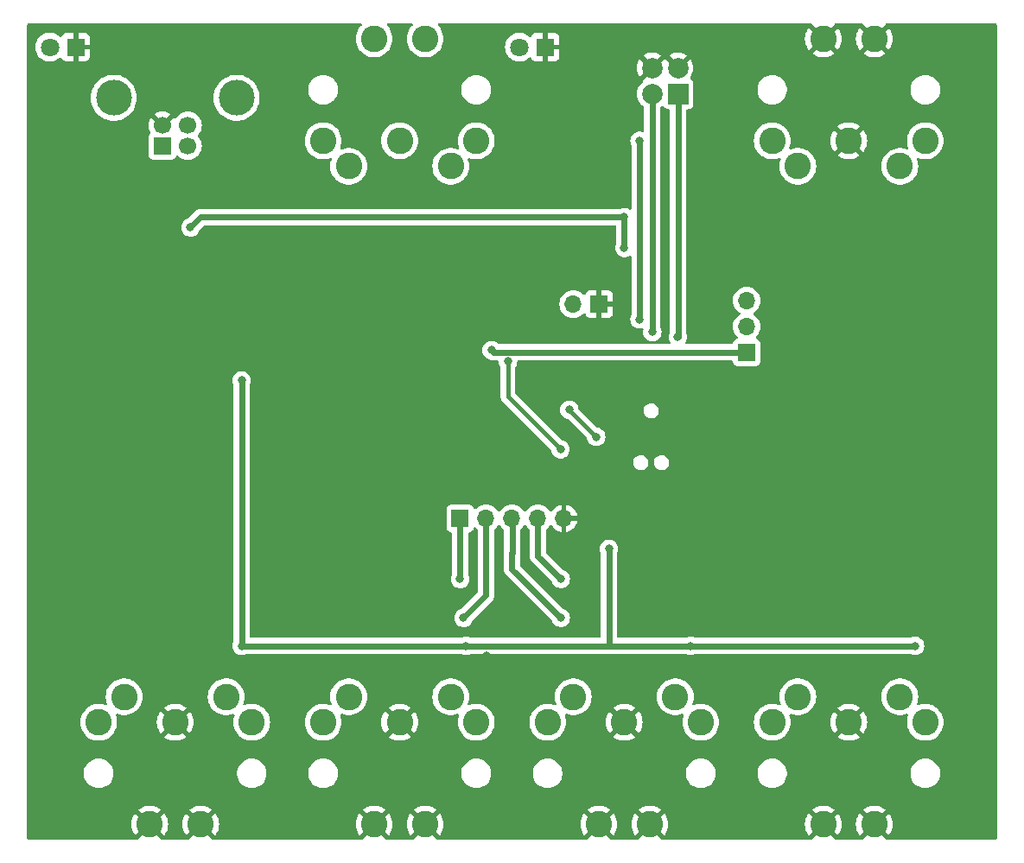
<source format=gbr>
%TF.GenerationSoftware,KiCad,Pcbnew,7.0.1*%
%TF.CreationDate,2023-12-17T22:31:34-05:00*%
%TF.ProjectId,channel_splitter,6368616e-6e65-46c5-9f73-706c69747465,rev?*%
%TF.SameCoordinates,Original*%
%TF.FileFunction,Copper,L2,Bot*%
%TF.FilePolarity,Positive*%
%FSLAX46Y46*%
G04 Gerber Fmt 4.6, Leading zero omitted, Abs format (unit mm)*
G04 Created by KiCad (PCBNEW 7.0.1) date 2023-12-17 22:31:34*
%MOMM*%
%LPD*%
G01*
G04 APERTURE LIST*
%TA.AperFunction,ComponentPad*%
%ADD10R,1.800000X1.800000*%
%TD*%
%TA.AperFunction,ComponentPad*%
%ADD11C,1.800000*%
%TD*%
%TA.AperFunction,ComponentPad*%
%ADD12R,1.700000X1.700000*%
%TD*%
%TA.AperFunction,ComponentPad*%
%ADD13C,1.700000*%
%TD*%
%TA.AperFunction,ComponentPad*%
%ADD14C,3.500000*%
%TD*%
%TA.AperFunction,ComponentPad*%
%ADD15C,2.600000*%
%TD*%
%TA.AperFunction,ComponentPad*%
%ADD16O,1.700000X1.700000*%
%TD*%
%TA.AperFunction,ComponentPad*%
%ADD17R,2.000000X2.000000*%
%TD*%
%TA.AperFunction,ComponentPad*%
%ADD18C,2.000000*%
%TD*%
%TA.AperFunction,ViaPad*%
%ADD19C,0.800000*%
%TD*%
%TA.AperFunction,Conductor*%
%ADD20C,0.600000*%
%TD*%
%TA.AperFunction,Conductor*%
%ADD21C,0.400000*%
%TD*%
%TA.AperFunction,Conductor*%
%ADD22C,0.550000*%
%TD*%
G04 APERTURE END LIST*
D10*
%TO.P,D4,1,K*%
%TO.N,GND*%
X103250000Y-72325000D03*
D11*
%TO.P,D4,2,A*%
%TO.N,Net-(D4-A)*%
X100710000Y-72325000D03*
%TD*%
D10*
%TO.P,D2,1,K*%
%TO.N,GND*%
X57250000Y-72325000D03*
D11*
%TO.P,D2,2,A*%
%TO.N,Net-(D2-A)*%
X54710000Y-72325000D03*
%TD*%
D12*
%TO.P,J1,1,VBUS*%
%TO.N,VBUS*%
X65750000Y-82000000D03*
D13*
%TO.P,J1,2,D-*%
%TO.N,unconnected-(J1-D--Pad2)*%
X68250000Y-82000000D03*
%TO.P,J1,3,D+*%
%TO.N,unconnected-(J1-D+-Pad3)*%
X68250000Y-80000000D03*
%TO.P,J1,4,GND*%
%TO.N,GND*%
X65750000Y-80000000D03*
D14*
%TO.P,J1,5,Shield*%
%TO.N,unconnected-(J1-Shield-Pad5)*%
X60980000Y-77290000D03*
X73020000Y-77290000D03*
%TD*%
D15*
%TO.P,J9,1*%
%TO.N,unconnected-(J9-Pad1)*%
X125500000Y-81500000D03*
%TO.P,J9,2*%
%TO.N,GND*%
X133000000Y-81500000D03*
%TO.P,J9,3*%
%TO.N,unconnected-(J9-Pad3)*%
X140500000Y-81500000D03*
%TO.P,J9,4*%
%TO.N,Net-(FB13-Pad1)*%
X128000000Y-84000000D03*
%TO.P,J9,5*%
%TO.N,Net-(FB12-Pad2)*%
X138000000Y-84000000D03*
%TO.P,J9,S1*%
%TO.N,GND*%
X135500000Y-71500000D03*
%TO.P,J9,S2*%
X130500000Y-71500000D03*
%TD*%
%TO.P,J8,1*%
%TO.N,unconnected-(J8-Pad1)*%
X140500000Y-138500000D03*
%TO.P,J8,2*%
%TO.N,GND*%
X133000000Y-138500000D03*
%TO.P,J8,3*%
%TO.N,unconnected-(J8-Pad3)*%
X125500000Y-138500000D03*
%TO.P,J8,4*%
%TO.N,Net-(FB11-Pad1)*%
X138000000Y-136000000D03*
%TO.P,J8,5*%
%TO.N,Net-(FB10-Pad2)*%
X128000000Y-136000000D03*
%TO.P,J8,S1*%
%TO.N,GND*%
X130500000Y-148500000D03*
%TO.P,J8,S2*%
X135500000Y-148500000D03*
%TD*%
%TO.P,J7,1*%
%TO.N,unconnected-(J7-Pad1)*%
X118500000Y-138500000D03*
%TO.P,J7,2*%
%TO.N,GND*%
X111000000Y-138500000D03*
%TO.P,J7,3*%
%TO.N,unconnected-(J7-Pad3)*%
X103500000Y-138500000D03*
%TO.P,J7,4*%
%TO.N,Net-(FB9-Pad1)*%
X116000000Y-136000000D03*
%TO.P,J7,5*%
%TO.N,Net-(FB8-Pad2)*%
X106000000Y-136000000D03*
%TO.P,J7,S1*%
%TO.N,GND*%
X108500000Y-148500000D03*
%TO.P,J7,S2*%
X113500000Y-148500000D03*
%TD*%
%TO.P,J5,1*%
%TO.N,unconnected-(J5-Pad1)*%
X74500000Y-138500000D03*
%TO.P,J5,2*%
%TO.N,GND*%
X67000000Y-138500000D03*
%TO.P,J5,3*%
%TO.N,unconnected-(J5-Pad3)*%
X59500000Y-138500000D03*
%TO.P,J5,4*%
%TO.N,Net-(FB5-Pad1)*%
X72000000Y-136000000D03*
%TO.P,J5,5*%
%TO.N,Net-(FB4-Pad2)*%
X62000000Y-136000000D03*
%TO.P,J5,S1*%
%TO.N,GND*%
X64500000Y-148500000D03*
%TO.P,J5,S2*%
X69500000Y-148500000D03*
%TD*%
%TO.P,J2,1*%
%TO.N,unconnected-(J2-Pad1)*%
X81500000Y-81500000D03*
%TO.P,J2,2*%
%TO.N,Net-(C8-Pad1)*%
X89000000Y-81500000D03*
%TO.P,J2,3*%
%TO.N,unconnected-(J2-Pad3)*%
X96500000Y-81500000D03*
%TO.P,J2,4*%
%TO.N,Net-(FB2-Pad1)*%
X84000000Y-84000000D03*
%TO.P,J2,5*%
%TO.N,Net-(FB3-Pad1)*%
X94000000Y-84000000D03*
%TO.P,J2,S1*%
%TO.N,Net-(C7-Pad1)*%
X91500000Y-71500000D03*
%TO.P,J2,S2*%
X86500000Y-71500000D03*
%TD*%
%TO.P,J6,1*%
%TO.N,unconnected-(J6-Pad1)*%
X96500000Y-138500000D03*
%TO.P,J6,2*%
%TO.N,GND*%
X89000000Y-138500000D03*
%TO.P,J6,3*%
%TO.N,unconnected-(J6-Pad3)*%
X81500000Y-138500000D03*
%TO.P,J6,4*%
%TO.N,Net-(FB7-Pad1)*%
X94000000Y-136000000D03*
%TO.P,J6,5*%
%TO.N,Net-(FB6-Pad2)*%
X84000000Y-136000000D03*
%TO.P,J6,S1*%
%TO.N,GND*%
X86500000Y-148500000D03*
%TO.P,J6,S2*%
X91500000Y-148500000D03*
%TD*%
D12*
%TO.P,J4,1,Pin_1*%
%TO.N,/~{PORT1_EN}*%
X94920000Y-118500000D03*
D16*
%TO.P,J4,2,Pin_2*%
%TO.N,/~{PORT2_EN}*%
X97460000Y-118500000D03*
%TO.P,J4,3,Pin_3*%
%TO.N,/~{PORT3_EN}*%
X100000000Y-118500000D03*
%TO.P,J4,4,Pin_4*%
%TO.N,/~{PORT4_EN}*%
X102540000Y-118500000D03*
%TO.P,J4,5,Pin_5*%
%TO.N,GND*%
X105080000Y-118500000D03*
%TD*%
D12*
%TO.P,JP1,1,A*%
%TO.N,GND*%
X108540000Y-97500000D03*
D16*
%TO.P,JP1,2,B*%
%TO.N,/~{RESET}*%
X106000000Y-97500000D03*
%TD*%
D12*
%TO.P,JP2,1,A*%
%TO.N,/UART_TX*%
X123000000Y-102235000D03*
D16*
%TO.P,JP2,2,B*%
%TO.N,/THRU_SEL*%
X123000000Y-99695000D03*
%TO.P,JP2,3,C*%
%TO.N,/MIDI_IN*%
X123000000Y-97155000D03*
%TD*%
D17*
%TO.P,SW1,1*%
%TO.N,/CFG1*%
X116270000Y-76905000D03*
D18*
%TO.P,SW1,2*%
%TO.N,GND*%
X116270000Y-74365000D03*
%TO.P,SW1,3*%
%TO.N,/CFG2*%
X113730000Y-76905000D03*
%TO.P,SW1,4*%
%TO.N,GND*%
X113730000Y-74365000D03*
%TD*%
D19*
%TO.N,GND*%
X111000000Y-98250000D03*
X98750000Y-122000000D03*
X98750000Y-120750000D03*
X95750000Y-109250000D03*
X134250000Y-96500000D03*
X135500000Y-96750000D03*
X58500000Y-70500000D03*
X133000000Y-105500000D03*
X131000000Y-114500000D03*
X136500000Y-124000000D03*
X143500000Y-74500000D03*
X143750000Y-82250000D03*
X143750000Y-91000000D03*
X142750000Y-100000000D03*
X142000000Y-105250000D03*
X141500000Y-111500000D03*
X135750000Y-108250000D03*
X127750000Y-111000000D03*
X136250000Y-113000000D03*
X131250000Y-119000000D03*
X140000000Y-119750000D03*
X141000000Y-125500000D03*
X131500000Y-124250000D03*
X125000000Y-121000000D03*
X137500000Y-129250000D03*
X131750000Y-134500000D03*
X132500000Y-129500000D03*
X139500000Y-91750000D03*
X139500000Y-86250000D03*
X146250000Y-130750000D03*
X146500000Y-122000000D03*
X146500000Y-115000000D03*
X146500000Y-106500000D03*
X146500000Y-97750000D03*
X146500000Y-90000000D03*
X146500000Y-83250000D03*
X146500000Y-76750000D03*
X61750000Y-98250000D03*
X63750000Y-96250000D03*
X60000000Y-92500000D03*
X58000000Y-94500000D03*
X56500000Y-89000000D03*
X53500000Y-90250000D03*
X146000000Y-139500000D03*
X144750000Y-142750000D03*
X145000000Y-147000000D03*
X141500000Y-146750000D03*
X140000000Y-148250000D03*
X98500000Y-135250000D03*
X102250000Y-135500000D03*
X123500000Y-135250000D03*
X119250000Y-135750000D03*
X129500000Y-138750000D03*
X133500000Y-135750000D03*
X137250000Y-139250000D03*
X137500000Y-141750000D03*
X130000000Y-142000000D03*
X126000000Y-147750000D03*
X118000000Y-147750000D03*
X115500000Y-143000000D03*
X114750000Y-139000000D03*
X110250000Y-135750000D03*
X107250000Y-142250000D03*
X103500000Y-148250000D03*
X100000000Y-146750000D03*
X95750000Y-148000000D03*
X89000000Y-135750000D03*
X92500000Y-139500000D03*
X60750000Y-146750000D03*
X64000000Y-141250000D03*
X70500000Y-141250000D03*
X74000000Y-147000000D03*
X82750000Y-147250000D03*
X85250000Y-142250000D03*
X124500000Y-107000000D03*
X121500000Y-107250000D03*
X120750000Y-103500000D03*
X115250000Y-103750000D03*
X110500000Y-105500000D03*
X116000000Y-109250000D03*
X117500000Y-113750000D03*
X107250000Y-120000000D03*
X110750000Y-115500000D03*
X103750000Y-116750000D03*
X53250000Y-142000000D03*
X53500000Y-134750000D03*
X58500000Y-149000000D03*
X53500000Y-149000000D03*
X146500000Y-70750000D03*
X140500000Y-84000000D03*
X126250000Y-94000000D03*
X131250000Y-96250000D03*
X134500000Y-91250000D03*
X133500000Y-85500000D03*
X137750000Y-79500000D03*
X139250000Y-72000000D03*
X129250000Y-78250000D03*
X126000000Y-72500000D03*
X121500000Y-75750000D03*
X121000000Y-83500000D03*
X117750000Y-79750000D03*
X121250000Y-71750000D03*
X115000000Y-71250000D03*
X110000000Y-72000000D03*
X108500000Y-76000000D03*
X110250000Y-79750000D03*
X104000000Y-75750000D03*
X105750000Y-73750000D03*
X105000000Y-70500000D03*
X98250000Y-70750000D03*
X99750000Y-74750000D03*
X99500000Y-80000000D03*
X100750000Y-84000000D03*
X96750000Y-84250000D03*
X90500000Y-87750000D03*
X91000000Y-84250000D03*
X87000000Y-87750000D03*
X92250000Y-81000000D03*
X81750000Y-73500000D03*
X95750000Y-72250000D03*
X85000000Y-77750000D03*
X77500000Y-80750000D03*
X71250000Y-86000000D03*
X70500000Y-79500000D03*
X65250000Y-77750000D03*
X66250000Y-70750000D03*
X77000000Y-76250000D03*
X74250000Y-71000000D03*
X57750000Y-74250000D03*
X56250000Y-75500000D03*
X58750000Y-79500000D03*
X58500000Y-84750000D03*
X56250000Y-80750000D03*
X60250000Y-86750000D03*
X62500000Y-83750000D03*
X61000000Y-85500000D03*
X64750000Y-118750000D03*
X58750000Y-125750000D03*
X59250000Y-116250000D03*
X65750000Y-113250000D03*
X65000000Y-106000000D03*
X58500000Y-107500000D03*
X57750000Y-98750000D03*
X53500000Y-129000000D03*
X53500000Y-121250000D03*
X53500000Y-112750000D03*
X53500000Y-102750000D03*
X53500000Y-94500000D03*
X53500000Y-86750000D03*
X53250000Y-76000000D03*
X53250000Y-70750000D03*
X56000000Y-85750000D03*
X59250000Y-89000000D03*
X64750000Y-91750000D03*
X93000000Y-93750000D03*
X97250000Y-98500000D03*
X92500000Y-97750000D03*
X87750000Y-94500000D03*
X84250000Y-99250000D03*
X81000000Y-94500000D03*
X76250000Y-99250000D03*
X72000000Y-94750000D03*
X82000000Y-87500000D03*
X76000000Y-87750000D03*
X68250000Y-87750000D03*
X76250000Y-90250000D03*
X82500000Y-90250000D03*
X70250000Y-90250000D03*
X71250000Y-100750000D03*
X68750000Y-102500000D03*
X64750000Y-94250000D03*
X64750000Y-98750000D03*
X67500000Y-97000000D03*
X62000000Y-129000000D03*
X67000000Y-124250000D03*
X81500000Y-136000000D03*
X74500000Y-136000000D03*
X70000000Y-134750000D03*
X64000000Y-134750000D03*
X65500000Y-129750000D03*
X72250000Y-129250000D03*
X72000000Y-127250000D03*
X68000000Y-127250000D03*
X72000000Y-117750000D03*
X72000000Y-111250000D03*
X72000000Y-105500000D03*
X72000000Y-124250000D03*
X129250000Y-101000000D03*
X139250000Y-95000000D03*
X132500000Y-95000000D03*
X138750000Y-97000000D03*
X134750000Y-101000000D03*
X125000000Y-101000000D03*
X129000000Y-98250000D03*
X124750000Y-98250000D03*
X117750000Y-97500000D03*
X121250000Y-101000000D03*
X117750000Y-101000000D03*
X121000000Y-97000000D03*
X117500000Y-93750000D03*
X115000000Y-78750000D03*
X115000000Y-87500000D03*
X115000000Y-92250000D03*
X115000000Y-99750000D03*
X120750000Y-92750000D03*
X123250000Y-95250000D03*
X129750000Y-94000000D03*
X131500000Y-91500000D03*
X133500000Y-98250000D03*
X87500000Y-119500000D03*
X86500000Y-111500000D03*
X81000000Y-119500000D03*
X81000000Y-111500000D03*
X75000000Y-118000000D03*
X75000000Y-111000000D03*
X93500000Y-120000000D03*
X93500000Y-116500000D03*
X93500000Y-113500000D03*
X93500000Y-123500000D03*
X92500000Y-113500000D03*
X92565332Y-109065332D03*
X107750000Y-84750000D03*
X104000000Y-86000000D03*
X103250000Y-83250000D03*
X107750000Y-87500000D03*
X111250000Y-87500000D03*
X111250000Y-82750000D03*
X102500000Y-79750000D03*
X97500000Y-93250000D03*
X93500000Y-86750000D03*
X100000000Y-87750000D03*
X99750000Y-90750000D03*
X94500000Y-91000000D03*
X118250000Y-120000000D03*
X116250000Y-118250000D03*
X124250000Y-113750000D03*
X121750000Y-112750000D03*
X118500000Y-125750000D03*
X128500000Y-129250000D03*
X124500000Y-125750000D03*
X78000000Y-138500000D03*
X100000000Y-138500000D03*
X122000000Y-138500000D03*
X118250000Y-129750000D03*
X117000000Y-128250000D03*
X125000000Y-129750000D03*
X123500000Y-128250000D03*
X112750000Y-129750000D03*
X108250000Y-128250000D03*
X104250000Y-129500000D03*
X110750000Y-128250000D03*
X112250000Y-125750000D03*
X110750000Y-123750000D03*
X108250000Y-122750000D03*
X106250000Y-124500000D03*
X104750000Y-122750000D03*
X103750000Y-120000000D03*
X101250000Y-119750000D03*
X98750000Y-119750000D03*
X96250000Y-120250000D03*
X78000000Y-149250000D03*
X78250000Y-132500000D03*
X73500000Y-132500000D03*
X79000000Y-129750000D03*
X89250000Y-127750000D03*
X89250000Y-124500000D03*
X83750000Y-124500000D03*
X79000000Y-124500000D03*
X79000000Y-127000000D03*
X83750000Y-127000000D03*
X74750000Y-129750000D03*
X83750000Y-129250000D03*
X94750000Y-127000000D03*
X75000000Y-127250000D03*
X75000000Y-124250000D03*
X80500000Y-103750000D03*
X74750000Y-103750000D03*
X80500000Y-106250000D03*
X85750000Y-106250000D03*
X74750000Y-106250000D03*
X90750000Y-107750000D03*
X103750000Y-113750000D03*
X102000000Y-99000000D03*
X111250000Y-93500000D03*
X109000000Y-92000000D03*
X104500000Y-96000000D03*
X100000000Y-97250000D03*
X101500000Y-93500000D03*
X103500000Y-93500000D03*
X105500000Y-92000000D03*
%TO.N,/~{RX_LED}*%
X112500000Y-99000000D03*
X112500000Y-81500000D03*
%TO.N,GND*%
X115250000Y-111750000D03*
%TO.N,/SER_CLK*%
X108250000Y-110520000D03*
X105625000Y-107875000D03*
%TO.N,+5V*%
X68500000Y-90000000D03*
X111000000Y-92000000D03*
X111000000Y-88980000D03*
X109500000Y-121500000D03*
X73500000Y-105000000D03*
%TO.N,GND*%
X121750000Y-90250000D03*
X125250000Y-90250000D03*
X118000000Y-90250000D03*
X122000000Y-87500000D03*
X126500000Y-87500000D03*
X118000000Y-87500000D03*
X101000000Y-105000000D03*
X101000000Y-103500000D03*
X106000000Y-104500000D03*
X102500000Y-104500000D03*
X85750000Y-103250000D03*
X87500000Y-101750000D03*
X89500000Y-101750000D03*
X91500000Y-101750000D03*
X93500000Y-101750000D03*
X97500000Y-103500000D03*
X97500000Y-105000000D03*
%TO.N,/CFG1*%
X116250000Y-100750000D03*
%TO.N,/CFG2*%
X113750000Y-100250000D03*
%TO.N,/~{RESET}*%
X104750000Y-111750000D03*
X99600000Y-103134500D03*
%TO.N,/UART_TX*%
X98000000Y-102025000D03*
%TO.N,GND*%
X97500000Y-132000000D03*
X99500000Y-129500000D03*
%TO.N,+5V*%
X139500000Y-131000000D03*
X117500000Y-131000000D03*
X95500000Y-131000000D03*
X73500000Y-131000000D03*
%TO.N,/~{PORT1_EN}*%
X94920000Y-124460000D03*
%TO.N,/~{PORT2_EN}*%
X95250000Y-128270000D03*
%TO.N,/~{PORT3_EN}*%
X104775000Y-128270000D03*
%TO.N,/~{PORT4_EN}*%
X104775000Y-124460000D03*
%TD*%
D20*
%TO.N,/CFG1*%
X116270000Y-100730000D02*
X116270000Y-76905000D01*
X116250000Y-100750000D02*
X116270000Y-100730000D01*
%TO.N,/CFG2*%
X113750000Y-100250000D02*
X113730000Y-100230000D01*
X113730000Y-100230000D02*
X113730000Y-76905000D01*
%TO.N,/~{RX_LED}*%
X112500000Y-99000000D02*
X112500000Y-81500000D01*
D21*
%TO.N,/SER_CLK*%
X105625000Y-107895000D02*
X108250000Y-110520000D01*
X105625000Y-107875000D02*
X105625000Y-107895000D01*
%TO.N,/~{RESET}*%
X99600000Y-106600000D02*
X99600000Y-103134500D01*
X104750000Y-111750000D02*
X99600000Y-106600000D01*
D20*
%TO.N,+5V*%
X69520000Y-88980000D02*
X68500000Y-90000000D01*
X111000000Y-88980000D02*
X69520000Y-88980000D01*
X111000000Y-88980000D02*
X111000000Y-92000000D01*
X109500000Y-121500000D02*
X109500000Y-131000000D01*
D22*
X109500000Y-131000000D02*
X95500000Y-131000000D01*
X117500000Y-131000000D02*
X109500000Y-131000000D01*
D20*
X73500000Y-131000000D02*
X73500000Y-105000000D01*
%TO.N,/UART_TX*%
X98210000Y-102235000D02*
X123000000Y-102235000D01*
X98000000Y-102025000D02*
X98210000Y-102235000D01*
%TO.N,/~{PORT4_EN}*%
X102540000Y-122225000D02*
X104775000Y-124460000D01*
X102540000Y-118500000D02*
X102540000Y-122225000D01*
%TO.N,/~{PORT3_EN}*%
X100000000Y-121898293D02*
X100025500Y-121872793D01*
X100000000Y-123495000D02*
X100000000Y-121898293D01*
X100025500Y-121872793D02*
X100025500Y-118525500D01*
X100025500Y-118525500D02*
X100000000Y-118500000D01*
X104775000Y-128270000D02*
X100000000Y-123495000D01*
%TO.N,/~{PORT2_EN}*%
X97460000Y-126060000D02*
X95250000Y-128270000D01*
X97460000Y-118500000D02*
X97460000Y-126060000D01*
%TO.N,/~{PORT1_EN}*%
X94920000Y-118500000D02*
X94920000Y-124460000D01*
%TO.N,+5V*%
X73500000Y-131000000D02*
X139500000Y-131000000D01*
D22*
X95500000Y-131000000D02*
X73500000Y-131000000D01*
X139500000Y-131000000D02*
X117500000Y-131000000D01*
%TD*%
%TA.AperFunction,Conductor*%
%TO.N,GND*%
G36*
X85210128Y-70014439D02*
G01*
X85254405Y-70053123D01*
X85275886Y-70107855D01*
X85269740Y-70166329D01*
X85237350Y-70215398D01*
X85176439Y-70271914D01*
X85008184Y-70482899D01*
X84873257Y-70716601D01*
X84774666Y-70967804D01*
X84714616Y-71230899D01*
X84694450Y-71499999D01*
X84714616Y-71769100D01*
X84714617Y-71769103D01*
X84774666Y-72032195D01*
X84873257Y-72283398D01*
X85008185Y-72517102D01*
X85176439Y-72728085D01*
X85374259Y-72911635D01*
X85597226Y-73063651D01*
X85840359Y-73180738D01*
X86098228Y-73260280D01*
X86365071Y-73300500D01*
X86634929Y-73300500D01*
X86901772Y-73260280D01*
X87159641Y-73180738D01*
X87402775Y-73063651D01*
X87625741Y-72911635D01*
X87823561Y-72728085D01*
X87991815Y-72517102D01*
X88126743Y-72283398D01*
X88225334Y-72032195D01*
X88285383Y-71769103D01*
X88305549Y-71500000D01*
X88285383Y-71230897D01*
X88225334Y-70967805D01*
X88126743Y-70716602D01*
X87991815Y-70482898D01*
X87823561Y-70271915D01*
X87762649Y-70215397D01*
X87730260Y-70166329D01*
X87724114Y-70107855D01*
X87745595Y-70053123D01*
X87789872Y-70014439D01*
X87846992Y-70000500D01*
X90153008Y-70000500D01*
X90210128Y-70014439D01*
X90254405Y-70053123D01*
X90275886Y-70107855D01*
X90269740Y-70166329D01*
X90237350Y-70215398D01*
X90176439Y-70271914D01*
X90008184Y-70482899D01*
X89873257Y-70716601D01*
X89774666Y-70967804D01*
X89714616Y-71230899D01*
X89694450Y-71499999D01*
X89714616Y-71769100D01*
X89714617Y-71769103D01*
X89774666Y-72032195D01*
X89873257Y-72283398D01*
X90008185Y-72517102D01*
X90176439Y-72728085D01*
X90374259Y-72911635D01*
X90597226Y-73063651D01*
X90840359Y-73180738D01*
X91098228Y-73260280D01*
X91365071Y-73300500D01*
X91634929Y-73300500D01*
X91901772Y-73260280D01*
X92159641Y-73180738D01*
X92402775Y-73063651D01*
X92625741Y-72911635D01*
X92823561Y-72728085D01*
X92991815Y-72517102D01*
X93102725Y-72324999D01*
X99304699Y-72324999D01*
X99323865Y-72556299D01*
X99323865Y-72556301D01*
X99323866Y-72556305D01*
X99330918Y-72584151D01*
X99380844Y-72781303D01*
X99438013Y-72911635D01*
X99474076Y-72993849D01*
X99601021Y-73188153D01*
X99758216Y-73358913D01*
X99941374Y-73501470D01*
X100145497Y-73611936D01*
X100252383Y-73648630D01*
X100365015Y-73687297D01*
X100365017Y-73687297D01*
X100365019Y-73687298D01*
X100593951Y-73725500D01*
X100826048Y-73725500D01*
X100826049Y-73725500D01*
X101054981Y-73687298D01*
X101274503Y-73611936D01*
X101478626Y-73501470D01*
X101661784Y-73358913D01*
X101670511Y-73349432D01*
X101723132Y-73315577D01*
X101785588Y-73311727D01*
X101841971Y-73338865D01*
X101877924Y-73390079D01*
X101906647Y-73467088D01*
X101992811Y-73582188D01*
X102107910Y-73668352D01*
X102242624Y-73718597D01*
X102302176Y-73725000D01*
X103000000Y-73725000D01*
X103000000Y-72575000D01*
X103500000Y-72575000D01*
X103500000Y-73725000D01*
X104197824Y-73725000D01*
X104257375Y-73718597D01*
X104392089Y-73668352D01*
X104507188Y-73582188D01*
X104593352Y-73467089D01*
X104643597Y-73332375D01*
X104650000Y-73272824D01*
X104650000Y-73141390D01*
X112859942Y-73141390D01*
X113730000Y-74011447D01*
X113730001Y-74011447D01*
X114600057Y-73141390D01*
X115399942Y-73141390D01*
X116270000Y-74011447D01*
X116270001Y-74011447D01*
X117140057Y-73141390D01*
X117140056Y-73141388D01*
X117093235Y-73104947D01*
X116874606Y-72986631D01*
X116734995Y-72938702D01*
X129414848Y-72938702D01*
X129597479Y-73063217D01*
X129840542Y-73180270D01*
X130098339Y-73259791D01*
X130365109Y-73300000D01*
X130634891Y-73300000D01*
X130901660Y-73259791D01*
X131159460Y-73180270D01*
X131402523Y-73063217D01*
X131585150Y-72938702D01*
X134414848Y-72938702D01*
X134597479Y-73063217D01*
X134840542Y-73180270D01*
X135098339Y-73259791D01*
X135365109Y-73300000D01*
X135634891Y-73300000D01*
X135901660Y-73259791D01*
X136159460Y-73180270D01*
X136402523Y-73063217D01*
X136585150Y-72938702D01*
X135500000Y-71853553D01*
X134414848Y-72938702D01*
X131585150Y-72938702D01*
X130500000Y-71853553D01*
X129414848Y-72938702D01*
X116734995Y-72938702D01*
X116639493Y-72905916D01*
X116394293Y-72865000D01*
X116145707Y-72865000D01*
X115900506Y-72905916D01*
X115665393Y-72986631D01*
X115446764Y-73104946D01*
X115399942Y-73141388D01*
X115399942Y-73141390D01*
X114600057Y-73141390D01*
X114600056Y-73141388D01*
X114553235Y-73104947D01*
X114334606Y-72986631D01*
X114099493Y-72905916D01*
X113854293Y-72865000D01*
X113605707Y-72865000D01*
X113360506Y-72905916D01*
X113125393Y-72986631D01*
X112906764Y-73104946D01*
X112859942Y-73141388D01*
X112859942Y-73141390D01*
X104650000Y-73141390D01*
X104650000Y-72575000D01*
X103500000Y-72575000D01*
X103000000Y-72575000D01*
X103000000Y-70925000D01*
X103500000Y-70925000D01*
X103500000Y-72075000D01*
X104650000Y-72075000D01*
X104650000Y-71499999D01*
X128694952Y-71499999D01*
X128715113Y-71769026D01*
X128775146Y-72032049D01*
X128873708Y-72283178D01*
X129008598Y-72516816D01*
X129062295Y-72584150D01*
X130146447Y-71500001D01*
X130146447Y-71500000D01*
X130853553Y-71500000D01*
X131937703Y-72584151D01*
X131937704Y-72584150D01*
X131991400Y-72516818D01*
X132126291Y-72283178D01*
X132224853Y-72032049D01*
X132284886Y-71769026D01*
X132305047Y-71499999D01*
X133694952Y-71499999D01*
X133715113Y-71769026D01*
X133775146Y-72032049D01*
X133873708Y-72283178D01*
X134008598Y-72516816D01*
X134062295Y-72584150D01*
X135146447Y-71500001D01*
X135146447Y-71500000D01*
X135853553Y-71500000D01*
X136937703Y-72584151D01*
X136937704Y-72584150D01*
X136991400Y-72516818D01*
X137126291Y-72283178D01*
X137224853Y-72032049D01*
X137284886Y-71769026D01*
X137305047Y-71499999D01*
X137284886Y-71230973D01*
X137224853Y-70967950D01*
X137126291Y-70716821D01*
X136991398Y-70483178D01*
X136937704Y-70415847D01*
X135853553Y-71500000D01*
X135146447Y-71500000D01*
X134062295Y-70415848D01*
X134008598Y-70483182D01*
X133873708Y-70716821D01*
X133775146Y-70967950D01*
X133715113Y-71230973D01*
X133694952Y-71499999D01*
X132305047Y-71499999D01*
X132284886Y-71230973D01*
X132224853Y-70967950D01*
X132126291Y-70716821D01*
X131991398Y-70483178D01*
X131937704Y-70415847D01*
X130853553Y-71500000D01*
X130146447Y-71500000D01*
X129062295Y-70415848D01*
X129008598Y-70483182D01*
X128873708Y-70716821D01*
X128775146Y-70967950D01*
X128715113Y-71230973D01*
X128694952Y-71499999D01*
X104650000Y-71499999D01*
X104650000Y-71377176D01*
X104643597Y-71317624D01*
X104593352Y-71182910D01*
X104507188Y-71067811D01*
X104392089Y-70981647D01*
X104257375Y-70931402D01*
X104197824Y-70925000D01*
X103500000Y-70925000D01*
X103000000Y-70925000D01*
X102302176Y-70925000D01*
X102242624Y-70931402D01*
X102107910Y-70981647D01*
X101992811Y-71067811D01*
X101906645Y-71182913D01*
X101877923Y-71259920D01*
X101841971Y-71311134D01*
X101785589Y-71338271D01*
X101723135Y-71334423D01*
X101670513Y-71300569D01*
X101661784Y-71291087D01*
X101478626Y-71148530D01*
X101274503Y-71038064D01*
X101274499Y-71038062D01*
X101274498Y-71038062D01*
X101054984Y-70962702D01*
X100867410Y-70931402D01*
X100826049Y-70924500D01*
X100593951Y-70924500D01*
X100552590Y-70931402D01*
X100365015Y-70962702D01*
X100145501Y-71038062D01*
X100145497Y-71038063D01*
X100145497Y-71038064D01*
X100009414Y-71111708D01*
X99941372Y-71148531D01*
X99758215Y-71291087D01*
X99601020Y-71461848D01*
X99474076Y-71656150D01*
X99380844Y-71868696D01*
X99380842Y-71868700D01*
X99380843Y-71868700D01*
X99328601Y-72075000D01*
X99323865Y-72093700D01*
X99304699Y-72324999D01*
X93102725Y-72324999D01*
X93126743Y-72283398D01*
X93225334Y-72032195D01*
X93285383Y-71769103D01*
X93305549Y-71500000D01*
X93285383Y-71230897D01*
X93225334Y-70967805D01*
X93126743Y-70716602D01*
X92991815Y-70482898D01*
X92823561Y-70271915D01*
X92762649Y-70215397D01*
X92730260Y-70166329D01*
X92724114Y-70107855D01*
X92745595Y-70053123D01*
X92789872Y-70014439D01*
X92846992Y-70000500D01*
X129302691Y-70000500D01*
X129350144Y-70009939D01*
X129390372Y-70036819D01*
X130500000Y-71146447D01*
X130500001Y-71146447D01*
X131609628Y-70036819D01*
X131649856Y-70009939D01*
X131697309Y-70000500D01*
X134302691Y-70000500D01*
X134350144Y-70009939D01*
X134390372Y-70036819D01*
X135500000Y-71146447D01*
X135500001Y-71146447D01*
X136609628Y-70036819D01*
X136649856Y-70009939D01*
X136697309Y-70000500D01*
X147376000Y-70000500D01*
X147438000Y-70017113D01*
X147483387Y-70062500D01*
X147500000Y-70124500D01*
X147500000Y-149875500D01*
X147483387Y-149937500D01*
X147438000Y-149982887D01*
X147376000Y-149999500D01*
X136697310Y-149999500D01*
X136649857Y-149990061D01*
X136609629Y-149963181D01*
X135500000Y-148853553D01*
X134390370Y-149963181D01*
X134350142Y-149990061D01*
X134302689Y-149999500D01*
X131697310Y-149999500D01*
X131649857Y-149990061D01*
X131609629Y-149963181D01*
X130500000Y-148853553D01*
X129390370Y-149963181D01*
X129350142Y-149990061D01*
X129302689Y-149999500D01*
X114697310Y-149999500D01*
X114649857Y-149990061D01*
X114609629Y-149963181D01*
X113500000Y-148853553D01*
X112390370Y-149963181D01*
X112350142Y-149990061D01*
X112302689Y-149999500D01*
X109697310Y-149999500D01*
X109649857Y-149990061D01*
X109609629Y-149963181D01*
X108500000Y-148853553D01*
X107390370Y-149963181D01*
X107350142Y-149990061D01*
X107302689Y-149999500D01*
X92697310Y-149999500D01*
X92649857Y-149990061D01*
X92609629Y-149963181D01*
X91500000Y-148853553D01*
X90390370Y-149963181D01*
X90350142Y-149990061D01*
X90302689Y-149999500D01*
X87697310Y-149999500D01*
X87649857Y-149990061D01*
X87609629Y-149963181D01*
X86500000Y-148853553D01*
X85390370Y-149963181D01*
X85350142Y-149990061D01*
X85302689Y-149999500D01*
X70697310Y-149999500D01*
X70649857Y-149990061D01*
X70609629Y-149963181D01*
X69500000Y-148853553D01*
X68390370Y-149963181D01*
X68350142Y-149990061D01*
X68302689Y-149999500D01*
X65697310Y-149999500D01*
X65649857Y-149990061D01*
X65609629Y-149963181D01*
X64500000Y-148853553D01*
X63390370Y-149963181D01*
X63350142Y-149990061D01*
X63302689Y-149999500D01*
X52624000Y-149999500D01*
X52562000Y-149982887D01*
X52516613Y-149937500D01*
X52500000Y-149875500D01*
X52500000Y-148499999D01*
X62694952Y-148499999D01*
X62715113Y-148769026D01*
X62775146Y-149032049D01*
X62873708Y-149283178D01*
X63008598Y-149516816D01*
X63062295Y-149584150D01*
X64146447Y-148500000D01*
X64853553Y-148500000D01*
X65937703Y-149584151D01*
X65937704Y-149584150D01*
X65991400Y-149516818D01*
X66126291Y-149283178D01*
X66224853Y-149032049D01*
X66284886Y-148769026D01*
X66305047Y-148500000D01*
X66305047Y-148499999D01*
X67694952Y-148499999D01*
X67715113Y-148769026D01*
X67775146Y-149032049D01*
X67873708Y-149283178D01*
X68008598Y-149516816D01*
X68062295Y-149584150D01*
X69146447Y-148500001D01*
X69146447Y-148500000D01*
X69853553Y-148500000D01*
X70937703Y-149584151D01*
X70937704Y-149584150D01*
X70991400Y-149516818D01*
X71126291Y-149283178D01*
X71224853Y-149032049D01*
X71284886Y-148769026D01*
X71305047Y-148500000D01*
X71305047Y-148499999D01*
X84694952Y-148499999D01*
X84715113Y-148769026D01*
X84775146Y-149032049D01*
X84873708Y-149283178D01*
X85008598Y-149516816D01*
X85062295Y-149584150D01*
X86146447Y-148500001D01*
X86146447Y-148500000D01*
X86853552Y-148500000D01*
X87937703Y-149584151D01*
X87937704Y-149584150D01*
X87991400Y-149516818D01*
X88126291Y-149283178D01*
X88224853Y-149032049D01*
X88284886Y-148769026D01*
X88305047Y-148499999D01*
X89694952Y-148499999D01*
X89715113Y-148769026D01*
X89775146Y-149032049D01*
X89873708Y-149283178D01*
X90008598Y-149516816D01*
X90062295Y-149584150D01*
X91146445Y-148500000D01*
X91853553Y-148500000D01*
X92937703Y-149584151D01*
X92937704Y-149584150D01*
X92991400Y-149516818D01*
X93126291Y-149283178D01*
X93224853Y-149032049D01*
X93284886Y-148769026D01*
X93305047Y-148499999D01*
X106694952Y-148499999D01*
X106715113Y-148769026D01*
X106775146Y-149032049D01*
X106873708Y-149283178D01*
X107008598Y-149516816D01*
X107062295Y-149584150D01*
X108146445Y-148500000D01*
X108853553Y-148500000D01*
X109937703Y-149584151D01*
X109937704Y-149584150D01*
X109991400Y-149516818D01*
X110126291Y-149283178D01*
X110224853Y-149032049D01*
X110284886Y-148769026D01*
X110305047Y-148499999D01*
X111694952Y-148499999D01*
X111715113Y-148769026D01*
X111775146Y-149032049D01*
X111873708Y-149283178D01*
X112008598Y-149516816D01*
X112062295Y-149584150D01*
X113146447Y-148500001D01*
X113146447Y-148500000D01*
X113853553Y-148500000D01*
X114937703Y-149584151D01*
X114937704Y-149584150D01*
X114991400Y-149516818D01*
X115126291Y-149283178D01*
X115224853Y-149032049D01*
X115284886Y-148769026D01*
X115305047Y-148500000D01*
X128694952Y-148500000D01*
X128715113Y-148769026D01*
X128775146Y-149032049D01*
X128873708Y-149283178D01*
X129008598Y-149516816D01*
X129062295Y-149584150D01*
X130146447Y-148500001D01*
X130146447Y-148500000D01*
X130853553Y-148500000D01*
X131937703Y-149584151D01*
X131937704Y-149584150D01*
X131991400Y-149516818D01*
X132126291Y-149283178D01*
X132224853Y-149032049D01*
X132284886Y-148769026D01*
X132305047Y-148500000D01*
X133694952Y-148500000D01*
X133715113Y-148769026D01*
X133775146Y-149032049D01*
X133873708Y-149283178D01*
X134008598Y-149516816D01*
X134062295Y-149584150D01*
X135146447Y-148500001D01*
X135146447Y-148500000D01*
X135853553Y-148500000D01*
X136937703Y-149584151D01*
X136937704Y-149584150D01*
X136991400Y-149516818D01*
X137126291Y-149283178D01*
X137224853Y-149032049D01*
X137284886Y-148769026D01*
X137305047Y-148499999D01*
X137284886Y-148230973D01*
X137224853Y-147967950D01*
X137126291Y-147716821D01*
X136991398Y-147483178D01*
X136937704Y-147415847D01*
X135853553Y-148500000D01*
X135146447Y-148500000D01*
X134062295Y-147415848D01*
X134008598Y-147483182D01*
X133873708Y-147716821D01*
X133775146Y-147967950D01*
X133715113Y-148230973D01*
X133694952Y-148500000D01*
X132305047Y-148500000D01*
X132305047Y-148499999D01*
X132284886Y-148230973D01*
X132224853Y-147967950D01*
X132126291Y-147716821D01*
X131991398Y-147483178D01*
X131937704Y-147415847D01*
X130853553Y-148500000D01*
X130146447Y-148500000D01*
X129062295Y-147415848D01*
X129008598Y-147483182D01*
X128873708Y-147716821D01*
X128775146Y-147967950D01*
X128715113Y-148230973D01*
X128694952Y-148500000D01*
X115305047Y-148500000D01*
X115305047Y-148499999D01*
X115284886Y-148230973D01*
X115224853Y-147967950D01*
X115126291Y-147716821D01*
X114991398Y-147483178D01*
X114937704Y-147415847D01*
X113853553Y-148500000D01*
X113146447Y-148500000D01*
X112062295Y-147415848D01*
X112008598Y-147483182D01*
X111873708Y-147716821D01*
X111775146Y-147967950D01*
X111715113Y-148230973D01*
X111694952Y-148499999D01*
X110305047Y-148499999D01*
X110284886Y-148230973D01*
X110224853Y-147967950D01*
X110126291Y-147716821D01*
X109991398Y-147483178D01*
X109937704Y-147415847D01*
X108853553Y-148500000D01*
X108146445Y-148500000D01*
X108146446Y-148499999D01*
X107062295Y-147415848D01*
X107008598Y-147483182D01*
X106873708Y-147716821D01*
X106775146Y-147967950D01*
X106715113Y-148230973D01*
X106694952Y-148499999D01*
X93305047Y-148499999D01*
X93284886Y-148230973D01*
X93224853Y-147967950D01*
X93126291Y-147716821D01*
X92991398Y-147483178D01*
X92937704Y-147415847D01*
X91853553Y-148500000D01*
X91146445Y-148500000D01*
X91146446Y-148499999D01*
X90062295Y-147415848D01*
X90008598Y-147483182D01*
X89873708Y-147716821D01*
X89775146Y-147967950D01*
X89715113Y-148230973D01*
X89694952Y-148499999D01*
X88305047Y-148499999D01*
X88284886Y-148230973D01*
X88224853Y-147967950D01*
X88126291Y-147716821D01*
X87991398Y-147483178D01*
X87937704Y-147415847D01*
X86853552Y-148500000D01*
X86146447Y-148500000D01*
X85062295Y-147415848D01*
X85008598Y-147483182D01*
X84873708Y-147716821D01*
X84775146Y-147967950D01*
X84715113Y-148230973D01*
X84694952Y-148499999D01*
X71305047Y-148499999D01*
X71284886Y-148230973D01*
X71224853Y-147967950D01*
X71126291Y-147716821D01*
X70991398Y-147483178D01*
X70937704Y-147415847D01*
X69853553Y-148500000D01*
X69146447Y-148500000D01*
X68062295Y-147415848D01*
X68008598Y-147483182D01*
X67873708Y-147716821D01*
X67775146Y-147967950D01*
X67715113Y-148230973D01*
X67694952Y-148499999D01*
X66305047Y-148499999D01*
X66284886Y-148230973D01*
X66224853Y-147967950D01*
X66126291Y-147716821D01*
X65991398Y-147483178D01*
X65937704Y-147415847D01*
X64853553Y-148500000D01*
X64146447Y-148500000D01*
X63062295Y-147415848D01*
X63008598Y-147483182D01*
X62873708Y-147716821D01*
X62775146Y-147967950D01*
X62715113Y-148230973D01*
X62694952Y-148499999D01*
X52500000Y-148499999D01*
X52500000Y-147061296D01*
X63414848Y-147061296D01*
X64500000Y-148146447D01*
X64500001Y-148146447D01*
X65585150Y-147061296D01*
X68414848Y-147061296D01*
X69500000Y-148146447D01*
X69500001Y-148146447D01*
X70585150Y-147061296D01*
X85414848Y-147061296D01*
X86500000Y-148146447D01*
X86500001Y-148146447D01*
X87585150Y-147061296D01*
X90414848Y-147061296D01*
X91500000Y-148146447D01*
X91500001Y-148146447D01*
X92585150Y-147061296D01*
X107414848Y-147061296D01*
X108500000Y-148146447D01*
X108500001Y-148146447D01*
X109585150Y-147061296D01*
X112414848Y-147061296D01*
X113500000Y-148146447D01*
X113500001Y-148146447D01*
X114585150Y-147061296D01*
X129414848Y-147061296D01*
X130500000Y-148146447D01*
X130500001Y-148146447D01*
X131585150Y-147061296D01*
X134414848Y-147061296D01*
X135500000Y-148146447D01*
X135500001Y-148146447D01*
X136585150Y-147061296D01*
X136402519Y-146936780D01*
X136159460Y-146819729D01*
X135901660Y-146740208D01*
X135634891Y-146700000D01*
X135365109Y-146700000D01*
X135098339Y-146740208D01*
X134840542Y-146819729D01*
X134597476Y-146936783D01*
X134414848Y-147061296D01*
X131585150Y-147061296D01*
X131402519Y-146936780D01*
X131159460Y-146819729D01*
X130901660Y-146740208D01*
X130634891Y-146700000D01*
X130365109Y-146700000D01*
X130098339Y-146740208D01*
X129840542Y-146819729D01*
X129597476Y-146936783D01*
X129414848Y-147061296D01*
X114585150Y-147061296D01*
X114402519Y-146936780D01*
X114159460Y-146819729D01*
X113901660Y-146740208D01*
X113634891Y-146700000D01*
X113365109Y-146700000D01*
X113098339Y-146740208D01*
X112840542Y-146819729D01*
X112597476Y-146936783D01*
X112414848Y-147061296D01*
X109585150Y-147061296D01*
X109402519Y-146936780D01*
X109159460Y-146819729D01*
X108901660Y-146740208D01*
X108634891Y-146700000D01*
X108365109Y-146700000D01*
X108098339Y-146740208D01*
X107840542Y-146819729D01*
X107597476Y-146936783D01*
X107414848Y-147061296D01*
X92585150Y-147061296D01*
X92402519Y-146936780D01*
X92159460Y-146819729D01*
X91901660Y-146740208D01*
X91634891Y-146700000D01*
X91365109Y-146700000D01*
X91098339Y-146740208D01*
X90840542Y-146819729D01*
X90597476Y-146936783D01*
X90414848Y-147061296D01*
X87585150Y-147061296D01*
X87402519Y-146936780D01*
X87159460Y-146819729D01*
X86901660Y-146740208D01*
X86634891Y-146700000D01*
X86365109Y-146700000D01*
X86098339Y-146740208D01*
X85840542Y-146819729D01*
X85597476Y-146936783D01*
X85414848Y-147061296D01*
X70585150Y-147061296D01*
X70402519Y-146936780D01*
X70159460Y-146819729D01*
X69901660Y-146740208D01*
X69634891Y-146700000D01*
X69365109Y-146700000D01*
X69098339Y-146740208D01*
X68840542Y-146819729D01*
X68597476Y-146936783D01*
X68414848Y-147061296D01*
X65585150Y-147061296D01*
X65402519Y-146936780D01*
X65159460Y-146819729D01*
X64901660Y-146740208D01*
X64634891Y-146700000D01*
X64365109Y-146700000D01*
X64098339Y-146740208D01*
X63840542Y-146819729D01*
X63597476Y-146936783D01*
X63414848Y-147061296D01*
X52500000Y-147061296D01*
X52500000Y-143620191D01*
X58049500Y-143620191D01*
X58089066Y-143857299D01*
X58167116Y-144084652D01*
X58281531Y-144296072D01*
X58412523Y-144464370D01*
X58429175Y-144485764D01*
X58606031Y-144648571D01*
X58807272Y-144780049D01*
X59027409Y-144876610D01*
X59260437Y-144935620D01*
X59332266Y-144941571D01*
X59440004Y-144950500D01*
X59440010Y-144950500D01*
X59559990Y-144950500D01*
X59559996Y-144950500D01*
X59657938Y-144942383D01*
X59739563Y-144935620D01*
X59972591Y-144876610D01*
X60192728Y-144780049D01*
X60393969Y-144648571D01*
X60570825Y-144485764D01*
X60718472Y-144296067D01*
X60832882Y-144084656D01*
X60910934Y-143857297D01*
X60950500Y-143620192D01*
X60950500Y-143620191D01*
X73049500Y-143620191D01*
X73089066Y-143857299D01*
X73167116Y-144084652D01*
X73281531Y-144296072D01*
X73412523Y-144464370D01*
X73429175Y-144485764D01*
X73606031Y-144648571D01*
X73807272Y-144780049D01*
X74027409Y-144876610D01*
X74260437Y-144935620D01*
X74332266Y-144941571D01*
X74440004Y-144950500D01*
X74440010Y-144950500D01*
X74559990Y-144950500D01*
X74559996Y-144950500D01*
X74657938Y-144942383D01*
X74739563Y-144935620D01*
X74972591Y-144876610D01*
X75192728Y-144780049D01*
X75393969Y-144648571D01*
X75570825Y-144485764D01*
X75718472Y-144296067D01*
X75832882Y-144084656D01*
X75910934Y-143857297D01*
X75950500Y-143620192D01*
X75950500Y-143620191D01*
X80049500Y-143620191D01*
X80089066Y-143857299D01*
X80167116Y-144084652D01*
X80281531Y-144296072D01*
X80412523Y-144464370D01*
X80429175Y-144485764D01*
X80606031Y-144648571D01*
X80807272Y-144780049D01*
X81027409Y-144876610D01*
X81260437Y-144935620D01*
X81332266Y-144941571D01*
X81440004Y-144950500D01*
X81440010Y-144950500D01*
X81559990Y-144950500D01*
X81559996Y-144950500D01*
X81657938Y-144942383D01*
X81739563Y-144935620D01*
X81972591Y-144876610D01*
X82192728Y-144780049D01*
X82393969Y-144648571D01*
X82570825Y-144485764D01*
X82718472Y-144296067D01*
X82832882Y-144084656D01*
X82910934Y-143857297D01*
X82950500Y-143620192D01*
X82950500Y-143620191D01*
X95049500Y-143620191D01*
X95089066Y-143857299D01*
X95167116Y-144084652D01*
X95281531Y-144296072D01*
X95412523Y-144464370D01*
X95429175Y-144485764D01*
X95606031Y-144648571D01*
X95807272Y-144780049D01*
X96027409Y-144876610D01*
X96260437Y-144935620D01*
X96332266Y-144941571D01*
X96440004Y-144950500D01*
X96440010Y-144950500D01*
X96559990Y-144950500D01*
X96559996Y-144950500D01*
X96657938Y-144942383D01*
X96739563Y-144935620D01*
X96972591Y-144876610D01*
X97192728Y-144780049D01*
X97393969Y-144648571D01*
X97570825Y-144485764D01*
X97718472Y-144296067D01*
X97832882Y-144084656D01*
X97910934Y-143857297D01*
X97950500Y-143620192D01*
X97950500Y-143620191D01*
X102049500Y-143620191D01*
X102089066Y-143857299D01*
X102167116Y-144084652D01*
X102281531Y-144296072D01*
X102412523Y-144464370D01*
X102429175Y-144485764D01*
X102606031Y-144648571D01*
X102807272Y-144780049D01*
X103027409Y-144876610D01*
X103260437Y-144935620D01*
X103332266Y-144941571D01*
X103440004Y-144950500D01*
X103440010Y-144950500D01*
X103559990Y-144950500D01*
X103559996Y-144950500D01*
X103657938Y-144942383D01*
X103739563Y-144935620D01*
X103972591Y-144876610D01*
X104192728Y-144780049D01*
X104393969Y-144648571D01*
X104570825Y-144485764D01*
X104718472Y-144296067D01*
X104832882Y-144084656D01*
X104910934Y-143857297D01*
X104950500Y-143620192D01*
X104950500Y-143620191D01*
X117049500Y-143620191D01*
X117089066Y-143857299D01*
X117167116Y-144084652D01*
X117281531Y-144296072D01*
X117412523Y-144464370D01*
X117429175Y-144485764D01*
X117606031Y-144648571D01*
X117807272Y-144780049D01*
X118027409Y-144876610D01*
X118260437Y-144935620D01*
X118332266Y-144941571D01*
X118440004Y-144950500D01*
X118440010Y-144950500D01*
X118559990Y-144950500D01*
X118559996Y-144950500D01*
X118657938Y-144942383D01*
X118739563Y-144935620D01*
X118972591Y-144876610D01*
X119192728Y-144780049D01*
X119393969Y-144648571D01*
X119570825Y-144485764D01*
X119718472Y-144296067D01*
X119832882Y-144084656D01*
X119910934Y-143857297D01*
X119950500Y-143620192D01*
X119950500Y-143620191D01*
X124049500Y-143620191D01*
X124089066Y-143857299D01*
X124167116Y-144084652D01*
X124281531Y-144296072D01*
X124412523Y-144464370D01*
X124429175Y-144485764D01*
X124606031Y-144648571D01*
X124807272Y-144780049D01*
X125027409Y-144876610D01*
X125260437Y-144935620D01*
X125332266Y-144941571D01*
X125440004Y-144950500D01*
X125440010Y-144950500D01*
X125559990Y-144950500D01*
X125559996Y-144950500D01*
X125657938Y-144942383D01*
X125739563Y-144935620D01*
X125972591Y-144876610D01*
X126192728Y-144780049D01*
X126393969Y-144648571D01*
X126570825Y-144485764D01*
X126718472Y-144296067D01*
X126832882Y-144084656D01*
X126910934Y-143857297D01*
X126950500Y-143620192D01*
X126950500Y-143620191D01*
X139049500Y-143620191D01*
X139089066Y-143857299D01*
X139167116Y-144084652D01*
X139281531Y-144296072D01*
X139412523Y-144464370D01*
X139429175Y-144485764D01*
X139606031Y-144648571D01*
X139807272Y-144780049D01*
X140027409Y-144876610D01*
X140260437Y-144935620D01*
X140332266Y-144941571D01*
X140440004Y-144950500D01*
X140440010Y-144950500D01*
X140559990Y-144950500D01*
X140559996Y-144950500D01*
X140657938Y-144942383D01*
X140739563Y-144935620D01*
X140972591Y-144876610D01*
X141192728Y-144780049D01*
X141393969Y-144648571D01*
X141570825Y-144485764D01*
X141718472Y-144296067D01*
X141832882Y-144084656D01*
X141910934Y-143857297D01*
X141950500Y-143620192D01*
X141950500Y-143379808D01*
X141910934Y-143142703D01*
X141832882Y-142915344D01*
X141718472Y-142703933D01*
X141718469Y-142703929D01*
X141718468Y-142703927D01*
X141570827Y-142514239D01*
X141570825Y-142514236D01*
X141393969Y-142351429D01*
X141192728Y-142219951D01*
X140972591Y-142123390D01*
X140739563Y-142064380D01*
X140739561Y-142064379D01*
X140739558Y-142064379D01*
X140559996Y-142049500D01*
X140559990Y-142049500D01*
X140440010Y-142049500D01*
X140440004Y-142049500D01*
X140260441Y-142064379D01*
X140260437Y-142064379D01*
X140260437Y-142064380D01*
X140027409Y-142123390D01*
X139807272Y-142219951D01*
X139606031Y-142351429D01*
X139606029Y-142351430D01*
X139606030Y-142351430D01*
X139429172Y-142514239D01*
X139281531Y-142703927D01*
X139167116Y-142915347D01*
X139089066Y-143142700D01*
X139049500Y-143379809D01*
X139049500Y-143620191D01*
X126950500Y-143620191D01*
X126950500Y-143379808D01*
X126910934Y-143142703D01*
X126832882Y-142915344D01*
X126718472Y-142703933D01*
X126718469Y-142703929D01*
X126718468Y-142703927D01*
X126570827Y-142514239D01*
X126570825Y-142514236D01*
X126393969Y-142351429D01*
X126192728Y-142219951D01*
X125972591Y-142123390D01*
X125739563Y-142064380D01*
X125739561Y-142064379D01*
X125739558Y-142064379D01*
X125559996Y-142049500D01*
X125559990Y-142049500D01*
X125440010Y-142049500D01*
X125440004Y-142049500D01*
X125260441Y-142064379D01*
X125260437Y-142064379D01*
X125260437Y-142064380D01*
X125027409Y-142123390D01*
X124807272Y-142219951D01*
X124606031Y-142351429D01*
X124606029Y-142351430D01*
X124606030Y-142351430D01*
X124429172Y-142514239D01*
X124281531Y-142703927D01*
X124167116Y-142915347D01*
X124089066Y-143142700D01*
X124049500Y-143379809D01*
X124049500Y-143620191D01*
X119950500Y-143620191D01*
X119950500Y-143379808D01*
X119910934Y-143142703D01*
X119832882Y-142915344D01*
X119718472Y-142703933D01*
X119718469Y-142703929D01*
X119718468Y-142703927D01*
X119570827Y-142514239D01*
X119570825Y-142514236D01*
X119393969Y-142351429D01*
X119192728Y-142219951D01*
X118972591Y-142123390D01*
X118739563Y-142064380D01*
X118739561Y-142064379D01*
X118739558Y-142064379D01*
X118559996Y-142049500D01*
X118559990Y-142049500D01*
X118440010Y-142049500D01*
X118440004Y-142049500D01*
X118260441Y-142064379D01*
X118260437Y-142064379D01*
X118260437Y-142064380D01*
X118027409Y-142123390D01*
X117807272Y-142219951D01*
X117606031Y-142351429D01*
X117606029Y-142351430D01*
X117606030Y-142351430D01*
X117429172Y-142514239D01*
X117281531Y-142703927D01*
X117167116Y-142915347D01*
X117089066Y-143142700D01*
X117049500Y-143379809D01*
X117049500Y-143620191D01*
X104950500Y-143620191D01*
X104950500Y-143379808D01*
X104910934Y-143142703D01*
X104832882Y-142915344D01*
X104718472Y-142703933D01*
X104718469Y-142703929D01*
X104718468Y-142703927D01*
X104570827Y-142514239D01*
X104570825Y-142514236D01*
X104393969Y-142351429D01*
X104192728Y-142219951D01*
X103972591Y-142123390D01*
X103739563Y-142064380D01*
X103739561Y-142064379D01*
X103739558Y-142064379D01*
X103559996Y-142049500D01*
X103559990Y-142049500D01*
X103440010Y-142049500D01*
X103440004Y-142049500D01*
X103260441Y-142064379D01*
X103260437Y-142064379D01*
X103260437Y-142064380D01*
X103027409Y-142123390D01*
X102807272Y-142219951D01*
X102606031Y-142351429D01*
X102606029Y-142351430D01*
X102606030Y-142351430D01*
X102429172Y-142514239D01*
X102281531Y-142703927D01*
X102167116Y-142915347D01*
X102089066Y-143142700D01*
X102049500Y-143379809D01*
X102049500Y-143620191D01*
X97950500Y-143620191D01*
X97950500Y-143379808D01*
X97910934Y-143142703D01*
X97832882Y-142915344D01*
X97718472Y-142703933D01*
X97718469Y-142703929D01*
X97718468Y-142703927D01*
X97570827Y-142514239D01*
X97570825Y-142514236D01*
X97393969Y-142351429D01*
X97192728Y-142219951D01*
X96972591Y-142123390D01*
X96739563Y-142064380D01*
X96739561Y-142064379D01*
X96739558Y-142064379D01*
X96559996Y-142049500D01*
X96559990Y-142049500D01*
X96440010Y-142049500D01*
X96440004Y-142049500D01*
X96260441Y-142064379D01*
X96260437Y-142064379D01*
X96260437Y-142064380D01*
X96027409Y-142123390D01*
X95807272Y-142219951D01*
X95606031Y-142351429D01*
X95606029Y-142351430D01*
X95606030Y-142351430D01*
X95429172Y-142514239D01*
X95281531Y-142703927D01*
X95167116Y-142915347D01*
X95089066Y-143142700D01*
X95049500Y-143379809D01*
X95049500Y-143620191D01*
X82950500Y-143620191D01*
X82950500Y-143379808D01*
X82910934Y-143142703D01*
X82832882Y-142915344D01*
X82718472Y-142703933D01*
X82718469Y-142703929D01*
X82718468Y-142703927D01*
X82570827Y-142514239D01*
X82570825Y-142514236D01*
X82393969Y-142351429D01*
X82192728Y-142219951D01*
X81972591Y-142123390D01*
X81739563Y-142064380D01*
X81739561Y-142064379D01*
X81739558Y-142064379D01*
X81559996Y-142049500D01*
X81559990Y-142049500D01*
X81440010Y-142049500D01*
X81440004Y-142049500D01*
X81260441Y-142064379D01*
X81260437Y-142064379D01*
X81260437Y-142064380D01*
X81027409Y-142123390D01*
X80807272Y-142219951D01*
X80606031Y-142351429D01*
X80606029Y-142351430D01*
X80606030Y-142351430D01*
X80429172Y-142514239D01*
X80281531Y-142703927D01*
X80167116Y-142915347D01*
X80089066Y-143142700D01*
X80049500Y-143379809D01*
X80049500Y-143620191D01*
X75950500Y-143620191D01*
X75950500Y-143379808D01*
X75910934Y-143142703D01*
X75832882Y-142915344D01*
X75718472Y-142703933D01*
X75718469Y-142703929D01*
X75718468Y-142703927D01*
X75570827Y-142514239D01*
X75570825Y-142514236D01*
X75393969Y-142351429D01*
X75192728Y-142219951D01*
X74972591Y-142123390D01*
X74739563Y-142064380D01*
X74739561Y-142064379D01*
X74739558Y-142064379D01*
X74559996Y-142049500D01*
X74559990Y-142049500D01*
X74440010Y-142049500D01*
X74440004Y-142049500D01*
X74260441Y-142064379D01*
X74260437Y-142064379D01*
X74260437Y-142064380D01*
X74027409Y-142123390D01*
X73807272Y-142219951D01*
X73606031Y-142351429D01*
X73606029Y-142351430D01*
X73606030Y-142351430D01*
X73429172Y-142514239D01*
X73281531Y-142703927D01*
X73167116Y-142915347D01*
X73089066Y-143142700D01*
X73049500Y-143379809D01*
X73049500Y-143620191D01*
X60950500Y-143620191D01*
X60950500Y-143379808D01*
X60910934Y-143142703D01*
X60832882Y-142915344D01*
X60718472Y-142703933D01*
X60718469Y-142703929D01*
X60718468Y-142703927D01*
X60570827Y-142514239D01*
X60570825Y-142514236D01*
X60393969Y-142351429D01*
X60192728Y-142219951D01*
X59972591Y-142123390D01*
X59739563Y-142064380D01*
X59739561Y-142064379D01*
X59739558Y-142064379D01*
X59559996Y-142049500D01*
X59559990Y-142049500D01*
X59440010Y-142049500D01*
X59440004Y-142049500D01*
X59260441Y-142064379D01*
X59260437Y-142064379D01*
X59260437Y-142064380D01*
X59027409Y-142123390D01*
X58807272Y-142219951D01*
X58606031Y-142351429D01*
X58606029Y-142351430D01*
X58606030Y-142351430D01*
X58429172Y-142514239D01*
X58281531Y-142703927D01*
X58167116Y-142915347D01*
X58089066Y-143142700D01*
X58049500Y-143379809D01*
X58049500Y-143620191D01*
X52500000Y-143620191D01*
X52500000Y-138500000D01*
X57694450Y-138500000D01*
X57714616Y-138769100D01*
X57714617Y-138769103D01*
X57774666Y-139032195D01*
X57873257Y-139283398D01*
X58008185Y-139517102D01*
X58176439Y-139728085D01*
X58374259Y-139911635D01*
X58597226Y-140063651D01*
X58840359Y-140180738D01*
X59098228Y-140260280D01*
X59365071Y-140300500D01*
X59634929Y-140300500D01*
X59901772Y-140260280D01*
X60159641Y-140180738D01*
X60402775Y-140063651D01*
X60586041Y-139938702D01*
X65914848Y-139938702D01*
X66097479Y-140063217D01*
X66340542Y-140180270D01*
X66598339Y-140259791D01*
X66865109Y-140300000D01*
X67134891Y-140300000D01*
X67401660Y-140259791D01*
X67659460Y-140180270D01*
X67902523Y-140063217D01*
X68085150Y-139938702D01*
X67000000Y-138853553D01*
X65914848Y-139938702D01*
X60586041Y-139938702D01*
X60625741Y-139911635D01*
X60823561Y-139728085D01*
X60991815Y-139517102D01*
X61126743Y-139283398D01*
X61225334Y-139032195D01*
X61285383Y-138769103D01*
X61305549Y-138500000D01*
X61305549Y-138499999D01*
X65194952Y-138499999D01*
X65215113Y-138769026D01*
X65275146Y-139032049D01*
X65373708Y-139283178D01*
X65508598Y-139516816D01*
X65562295Y-139584150D01*
X66646447Y-138500001D01*
X66646447Y-138500000D01*
X67353553Y-138500000D01*
X68437703Y-139584151D01*
X68437704Y-139584150D01*
X68491400Y-139516818D01*
X68626291Y-139283178D01*
X68724853Y-139032049D01*
X68784886Y-138769026D01*
X68805047Y-138500000D01*
X68784886Y-138230973D01*
X68724853Y-137967950D01*
X68626291Y-137716821D01*
X68491398Y-137483178D01*
X68437704Y-137415847D01*
X67353553Y-138500000D01*
X66646447Y-138500000D01*
X65562295Y-137415848D01*
X65508598Y-137483182D01*
X65373708Y-137716821D01*
X65275146Y-137967950D01*
X65215113Y-138230973D01*
X65194952Y-138499999D01*
X61305549Y-138499999D01*
X61285383Y-138230897D01*
X61225334Y-137967805D01*
X61175031Y-137839638D01*
X61167139Y-137781374D01*
X61186975Y-137726023D01*
X61230077Y-137686032D01*
X61286757Y-137670392D01*
X61330929Y-137679783D01*
X61331480Y-137677999D01*
X61340357Y-137680737D01*
X61340359Y-137680738D01*
X61598228Y-137760280D01*
X61865071Y-137800500D01*
X62134929Y-137800500D01*
X62401772Y-137760280D01*
X62659641Y-137680738D01*
X62902775Y-137563651D01*
X63125741Y-137411635D01*
X63323561Y-137228085D01*
X63456571Y-137061296D01*
X65914848Y-137061296D01*
X67000000Y-138146447D01*
X67000001Y-138146447D01*
X68085150Y-137061296D01*
X67902519Y-136936780D01*
X67659460Y-136819729D01*
X67401660Y-136740208D01*
X67134891Y-136700000D01*
X66865109Y-136700000D01*
X66598339Y-136740208D01*
X66340542Y-136819729D01*
X66097476Y-136936783D01*
X65914848Y-137061296D01*
X63456571Y-137061296D01*
X63491815Y-137017102D01*
X63626743Y-136783398D01*
X63725334Y-136532195D01*
X63785383Y-136269103D01*
X63805549Y-136000000D01*
X70194450Y-136000000D01*
X70214616Y-136269100D01*
X70214617Y-136269103D01*
X70274666Y-136532195D01*
X70373257Y-136783398D01*
X70508185Y-137017102D01*
X70676439Y-137228085D01*
X70874259Y-137411635D01*
X71097226Y-137563651D01*
X71340359Y-137680738D01*
X71598228Y-137760280D01*
X71865071Y-137800500D01*
X72134929Y-137800500D01*
X72401772Y-137760280D01*
X72659641Y-137680738D01*
X72659642Y-137680737D01*
X72668520Y-137677999D01*
X72669070Y-137679785D01*
X72713233Y-137670392D01*
X72769916Y-137686029D01*
X72813022Y-137726019D01*
X72832859Y-137781371D01*
X72824967Y-137839639D01*
X72774666Y-137967802D01*
X72714616Y-138230899D01*
X72694450Y-138500000D01*
X72714616Y-138769100D01*
X72714617Y-138769103D01*
X72774666Y-139032195D01*
X72873257Y-139283398D01*
X73008185Y-139517102D01*
X73176439Y-139728085D01*
X73374259Y-139911635D01*
X73597226Y-140063651D01*
X73840359Y-140180738D01*
X74098228Y-140260280D01*
X74365071Y-140300500D01*
X74634929Y-140300500D01*
X74901772Y-140260280D01*
X75159641Y-140180738D01*
X75402775Y-140063651D01*
X75625741Y-139911635D01*
X75823561Y-139728085D01*
X75991815Y-139517102D01*
X76126743Y-139283398D01*
X76225334Y-139032195D01*
X76285383Y-138769103D01*
X76305549Y-138500000D01*
X79694450Y-138500000D01*
X79714616Y-138769100D01*
X79714617Y-138769103D01*
X79774666Y-139032195D01*
X79873257Y-139283398D01*
X80008185Y-139517102D01*
X80176439Y-139728085D01*
X80374259Y-139911635D01*
X80597226Y-140063651D01*
X80840359Y-140180738D01*
X81098228Y-140260280D01*
X81365071Y-140300500D01*
X81634929Y-140300500D01*
X81901772Y-140260280D01*
X82159641Y-140180738D01*
X82402775Y-140063651D01*
X82586041Y-139938702D01*
X87914848Y-139938702D01*
X88097479Y-140063217D01*
X88340542Y-140180270D01*
X88598339Y-140259791D01*
X88865109Y-140300000D01*
X89134891Y-140300000D01*
X89401660Y-140259791D01*
X89659460Y-140180270D01*
X89902523Y-140063217D01*
X90085150Y-139938702D01*
X89000000Y-138853553D01*
X87914848Y-139938702D01*
X82586041Y-139938702D01*
X82625741Y-139911635D01*
X82823561Y-139728085D01*
X82991815Y-139517102D01*
X83126743Y-139283398D01*
X83225334Y-139032195D01*
X83285383Y-138769103D01*
X83305549Y-138500000D01*
X83305549Y-138499999D01*
X87194952Y-138499999D01*
X87215113Y-138769026D01*
X87275146Y-139032049D01*
X87373708Y-139283178D01*
X87508598Y-139516816D01*
X87562295Y-139584150D01*
X88646447Y-138500001D01*
X88646447Y-138500000D01*
X89353553Y-138500000D01*
X90437703Y-139584151D01*
X90437704Y-139584150D01*
X90491400Y-139516818D01*
X90626291Y-139283178D01*
X90724853Y-139032049D01*
X90784886Y-138769026D01*
X90805047Y-138499999D01*
X90784886Y-138230973D01*
X90724853Y-137967950D01*
X90626291Y-137716821D01*
X90491398Y-137483178D01*
X90437704Y-137415847D01*
X89353553Y-138500000D01*
X88646447Y-138500000D01*
X87562295Y-137415848D01*
X87508598Y-137483182D01*
X87373708Y-137716821D01*
X87275146Y-137967950D01*
X87215113Y-138230973D01*
X87194952Y-138499999D01*
X83305549Y-138499999D01*
X83285383Y-138230897D01*
X83225334Y-137967805D01*
X83175031Y-137839638D01*
X83167139Y-137781374D01*
X83186975Y-137726023D01*
X83230077Y-137686032D01*
X83286757Y-137670392D01*
X83330929Y-137679783D01*
X83331480Y-137677999D01*
X83340357Y-137680737D01*
X83340359Y-137680738D01*
X83598228Y-137760280D01*
X83865071Y-137800500D01*
X84134929Y-137800500D01*
X84401772Y-137760280D01*
X84659641Y-137680738D01*
X84902775Y-137563651D01*
X85125741Y-137411635D01*
X85323561Y-137228085D01*
X85456571Y-137061296D01*
X87914848Y-137061296D01*
X89000000Y-138146447D01*
X89000001Y-138146447D01*
X90085150Y-137061296D01*
X89902519Y-136936780D01*
X89659460Y-136819729D01*
X89401660Y-136740208D01*
X89134891Y-136700000D01*
X88865109Y-136700000D01*
X88598339Y-136740208D01*
X88340542Y-136819729D01*
X88097476Y-136936783D01*
X87914848Y-137061296D01*
X85456571Y-137061296D01*
X85491815Y-137017102D01*
X85626743Y-136783398D01*
X85725334Y-136532195D01*
X85785383Y-136269103D01*
X85805549Y-136000000D01*
X92194450Y-136000000D01*
X92214616Y-136269100D01*
X92214617Y-136269103D01*
X92274666Y-136532195D01*
X92373257Y-136783398D01*
X92508185Y-137017102D01*
X92676439Y-137228085D01*
X92874259Y-137411635D01*
X93097226Y-137563651D01*
X93340359Y-137680738D01*
X93598228Y-137760280D01*
X93865071Y-137800500D01*
X94134929Y-137800500D01*
X94401772Y-137760280D01*
X94659641Y-137680738D01*
X94659642Y-137680737D01*
X94668520Y-137677999D01*
X94669070Y-137679785D01*
X94713233Y-137670392D01*
X94769916Y-137686029D01*
X94813022Y-137726019D01*
X94832859Y-137781371D01*
X94824967Y-137839639D01*
X94774666Y-137967802D01*
X94714616Y-138230899D01*
X94694450Y-138500000D01*
X94714616Y-138769100D01*
X94714617Y-138769103D01*
X94774666Y-139032195D01*
X94873257Y-139283398D01*
X95008185Y-139517102D01*
X95176439Y-139728085D01*
X95374259Y-139911635D01*
X95597226Y-140063651D01*
X95840359Y-140180738D01*
X96098228Y-140260280D01*
X96365071Y-140300500D01*
X96634929Y-140300500D01*
X96901772Y-140260280D01*
X97159641Y-140180738D01*
X97402775Y-140063651D01*
X97625741Y-139911635D01*
X97823561Y-139728085D01*
X97991815Y-139517102D01*
X98126743Y-139283398D01*
X98225334Y-139032195D01*
X98285383Y-138769103D01*
X98305549Y-138500000D01*
X101694450Y-138500000D01*
X101714616Y-138769100D01*
X101714617Y-138769103D01*
X101774666Y-139032195D01*
X101873257Y-139283398D01*
X102008185Y-139517102D01*
X102176439Y-139728085D01*
X102374259Y-139911635D01*
X102597226Y-140063651D01*
X102840359Y-140180738D01*
X103098228Y-140260280D01*
X103365071Y-140300500D01*
X103634929Y-140300500D01*
X103901772Y-140260280D01*
X104159641Y-140180738D01*
X104402775Y-140063651D01*
X104586041Y-139938702D01*
X109914848Y-139938702D01*
X110097479Y-140063217D01*
X110340542Y-140180270D01*
X110598339Y-140259791D01*
X110865109Y-140300000D01*
X111134891Y-140300000D01*
X111401660Y-140259791D01*
X111659460Y-140180270D01*
X111902523Y-140063217D01*
X112085150Y-139938702D01*
X111000000Y-138853553D01*
X109914848Y-139938702D01*
X104586041Y-139938702D01*
X104625741Y-139911635D01*
X104823561Y-139728085D01*
X104991815Y-139517102D01*
X105126743Y-139283398D01*
X105225334Y-139032195D01*
X105285383Y-138769103D01*
X105305549Y-138500000D01*
X105305549Y-138499999D01*
X109194952Y-138499999D01*
X109215113Y-138769026D01*
X109275146Y-139032049D01*
X109373708Y-139283178D01*
X109508598Y-139516816D01*
X109562295Y-139584150D01*
X110646447Y-138500001D01*
X110646447Y-138500000D01*
X111353553Y-138500000D01*
X112437703Y-139584151D01*
X112437704Y-139584150D01*
X112491400Y-139516818D01*
X112626291Y-139283178D01*
X112724853Y-139032049D01*
X112784886Y-138769026D01*
X112805047Y-138499999D01*
X112784886Y-138230973D01*
X112724853Y-137967950D01*
X112626291Y-137716821D01*
X112491398Y-137483178D01*
X112437704Y-137415847D01*
X111353553Y-138500000D01*
X110646447Y-138500000D01*
X109562295Y-137415848D01*
X109508598Y-137483182D01*
X109373708Y-137716821D01*
X109275146Y-137967950D01*
X109215113Y-138230973D01*
X109194952Y-138499999D01*
X105305549Y-138499999D01*
X105285383Y-138230897D01*
X105225334Y-137967805D01*
X105175031Y-137839638D01*
X105167139Y-137781374D01*
X105186975Y-137726023D01*
X105230077Y-137686032D01*
X105286757Y-137670392D01*
X105330929Y-137679783D01*
X105331480Y-137677999D01*
X105340357Y-137680737D01*
X105340359Y-137680738D01*
X105598228Y-137760280D01*
X105865071Y-137800500D01*
X106134929Y-137800500D01*
X106401772Y-137760280D01*
X106659641Y-137680738D01*
X106902775Y-137563651D01*
X107125741Y-137411635D01*
X107323561Y-137228085D01*
X107456571Y-137061296D01*
X109914848Y-137061296D01*
X111000000Y-138146447D01*
X111000001Y-138146447D01*
X112085150Y-137061296D01*
X111902519Y-136936780D01*
X111659460Y-136819729D01*
X111401660Y-136740208D01*
X111134891Y-136700000D01*
X110865109Y-136700000D01*
X110598339Y-136740208D01*
X110340542Y-136819729D01*
X110097476Y-136936783D01*
X109914848Y-137061296D01*
X107456571Y-137061296D01*
X107491815Y-137017102D01*
X107626743Y-136783398D01*
X107725334Y-136532195D01*
X107785383Y-136269103D01*
X107805549Y-136000000D01*
X114194450Y-136000000D01*
X114214616Y-136269100D01*
X114214617Y-136269103D01*
X114274666Y-136532195D01*
X114373257Y-136783398D01*
X114508185Y-137017102D01*
X114676439Y-137228085D01*
X114874259Y-137411635D01*
X115097226Y-137563651D01*
X115340359Y-137680738D01*
X115598228Y-137760280D01*
X115865071Y-137800500D01*
X116134929Y-137800500D01*
X116401772Y-137760280D01*
X116659641Y-137680738D01*
X116659642Y-137680737D01*
X116668520Y-137677999D01*
X116669070Y-137679785D01*
X116713233Y-137670392D01*
X116769916Y-137686029D01*
X116813022Y-137726019D01*
X116832859Y-137781371D01*
X116824967Y-137839639D01*
X116774666Y-137967802D01*
X116714616Y-138230899D01*
X116694450Y-138500000D01*
X116714616Y-138769100D01*
X116714617Y-138769103D01*
X116774666Y-139032195D01*
X116873257Y-139283398D01*
X117008185Y-139517102D01*
X117176439Y-139728085D01*
X117374259Y-139911635D01*
X117597226Y-140063651D01*
X117840359Y-140180738D01*
X118098228Y-140260280D01*
X118365071Y-140300500D01*
X118634929Y-140300500D01*
X118901772Y-140260280D01*
X119159641Y-140180738D01*
X119402775Y-140063651D01*
X119625741Y-139911635D01*
X119823561Y-139728085D01*
X119991815Y-139517102D01*
X120126743Y-139283398D01*
X120225334Y-139032195D01*
X120285383Y-138769103D01*
X120305549Y-138500000D01*
X123694450Y-138500000D01*
X123714616Y-138769100D01*
X123714617Y-138769103D01*
X123774666Y-139032195D01*
X123873257Y-139283398D01*
X124008185Y-139517102D01*
X124176439Y-139728085D01*
X124374259Y-139911635D01*
X124597226Y-140063651D01*
X124840359Y-140180738D01*
X125098228Y-140260280D01*
X125365071Y-140300500D01*
X125634929Y-140300500D01*
X125901772Y-140260280D01*
X126159641Y-140180738D01*
X126402775Y-140063651D01*
X126586041Y-139938702D01*
X131914848Y-139938702D01*
X132097479Y-140063217D01*
X132340542Y-140180270D01*
X132598339Y-140259791D01*
X132865109Y-140300000D01*
X133134891Y-140300000D01*
X133401660Y-140259791D01*
X133659460Y-140180270D01*
X133902523Y-140063217D01*
X134085150Y-139938702D01*
X133000000Y-138853553D01*
X131914848Y-139938702D01*
X126586041Y-139938702D01*
X126625741Y-139911635D01*
X126823561Y-139728085D01*
X126991815Y-139517102D01*
X127126743Y-139283398D01*
X127225334Y-139032195D01*
X127285383Y-138769103D01*
X127305549Y-138500000D01*
X127305549Y-138499999D01*
X131194952Y-138499999D01*
X131215113Y-138769026D01*
X131275146Y-139032049D01*
X131373708Y-139283178D01*
X131508598Y-139516816D01*
X131562295Y-139584150D01*
X132646447Y-138500000D01*
X133353552Y-138500000D01*
X134437703Y-139584151D01*
X134437704Y-139584150D01*
X134491400Y-139516818D01*
X134626291Y-139283178D01*
X134724853Y-139032049D01*
X134784886Y-138769026D01*
X134805047Y-138500000D01*
X134784886Y-138230973D01*
X134724853Y-137967950D01*
X134626291Y-137716821D01*
X134491398Y-137483178D01*
X134437704Y-137415847D01*
X133353552Y-138500000D01*
X132646447Y-138500000D01*
X131562295Y-137415848D01*
X131508598Y-137483182D01*
X131373708Y-137716821D01*
X131275146Y-137967950D01*
X131215113Y-138230973D01*
X131194952Y-138499999D01*
X127305549Y-138499999D01*
X127285383Y-138230897D01*
X127225334Y-137967805D01*
X127175031Y-137839638D01*
X127167139Y-137781374D01*
X127186975Y-137726023D01*
X127230077Y-137686032D01*
X127286757Y-137670392D01*
X127330929Y-137679783D01*
X127331480Y-137677999D01*
X127340357Y-137680737D01*
X127340359Y-137680738D01*
X127598228Y-137760280D01*
X127865071Y-137800500D01*
X128134929Y-137800500D01*
X128401772Y-137760280D01*
X128659641Y-137680738D01*
X128902775Y-137563651D01*
X129125741Y-137411635D01*
X129323561Y-137228085D01*
X129456571Y-137061296D01*
X131914848Y-137061296D01*
X133000000Y-138146447D01*
X133000001Y-138146447D01*
X134085150Y-137061296D01*
X133902519Y-136936780D01*
X133659460Y-136819729D01*
X133401660Y-136740208D01*
X133134891Y-136700000D01*
X132865109Y-136700000D01*
X132598339Y-136740208D01*
X132340542Y-136819729D01*
X132097476Y-136936783D01*
X131914848Y-137061296D01*
X129456571Y-137061296D01*
X129491815Y-137017102D01*
X129626743Y-136783398D01*
X129725334Y-136532195D01*
X129785383Y-136269103D01*
X129805549Y-136000000D01*
X129805549Y-135999999D01*
X136194450Y-135999999D01*
X136214616Y-136269100D01*
X136214617Y-136269103D01*
X136274666Y-136532195D01*
X136373257Y-136783398D01*
X136508185Y-137017102D01*
X136676439Y-137228085D01*
X136874259Y-137411635D01*
X137097226Y-137563651D01*
X137340359Y-137680738D01*
X137598228Y-137760280D01*
X137865071Y-137800500D01*
X138134929Y-137800500D01*
X138401772Y-137760280D01*
X138659641Y-137680738D01*
X138659642Y-137680737D01*
X138668520Y-137677999D01*
X138669070Y-137679785D01*
X138713233Y-137670392D01*
X138769916Y-137686029D01*
X138813022Y-137726019D01*
X138832859Y-137781371D01*
X138824967Y-137839639D01*
X138774666Y-137967802D01*
X138714616Y-138230899D01*
X138694450Y-138499999D01*
X138714616Y-138769100D01*
X138714617Y-138769103D01*
X138774666Y-139032195D01*
X138873257Y-139283398D01*
X139008185Y-139517102D01*
X139176439Y-139728085D01*
X139374259Y-139911635D01*
X139597226Y-140063651D01*
X139840359Y-140180738D01*
X140098228Y-140260280D01*
X140365071Y-140300500D01*
X140634929Y-140300500D01*
X140901772Y-140260280D01*
X141159641Y-140180738D01*
X141402775Y-140063651D01*
X141625741Y-139911635D01*
X141823561Y-139728085D01*
X141991815Y-139517102D01*
X142126743Y-139283398D01*
X142225334Y-139032195D01*
X142285383Y-138769103D01*
X142305549Y-138500000D01*
X142285383Y-138230897D01*
X142225334Y-137967805D01*
X142126743Y-137716602D01*
X141991815Y-137482898D01*
X141823561Y-137271915D01*
X141823560Y-137271914D01*
X141625743Y-137088366D01*
X141568205Y-137049137D01*
X141402775Y-136936349D01*
X141159641Y-136819262D01*
X141043373Y-136783398D01*
X140901771Y-136739719D01*
X140634929Y-136699500D01*
X140365071Y-136699500D01*
X140098228Y-136739719D01*
X139831480Y-136822001D01*
X139830929Y-136820217D01*
X139786739Y-136829606D01*
X139730066Y-136813960D01*
X139686969Y-136773968D01*
X139667139Y-136718620D01*
X139675032Y-136660360D01*
X139725334Y-136532195D01*
X139785383Y-136269103D01*
X139805549Y-136000000D01*
X139785383Y-135730897D01*
X139725334Y-135467805D01*
X139626743Y-135216602D01*
X139491815Y-134982898D01*
X139323561Y-134771915D01*
X139323560Y-134771914D01*
X139125743Y-134588366D01*
X139068205Y-134549137D01*
X138902775Y-134436349D01*
X138659641Y-134319262D01*
X138580097Y-134294726D01*
X138401771Y-134239719D01*
X138134929Y-134199500D01*
X137865071Y-134199500D01*
X137598228Y-134239719D01*
X137340359Y-134319262D01*
X137097228Y-134436347D01*
X136874257Y-134588366D01*
X136676439Y-134771915D01*
X136508184Y-134982899D01*
X136373257Y-135216601D01*
X136274666Y-135467804D01*
X136214616Y-135730899D01*
X136194450Y-135999999D01*
X129805549Y-135999999D01*
X129785383Y-135730897D01*
X129725334Y-135467805D01*
X129626743Y-135216602D01*
X129491815Y-134982898D01*
X129323561Y-134771915D01*
X129323560Y-134771914D01*
X129125743Y-134588366D01*
X129068205Y-134549137D01*
X128902775Y-134436349D01*
X128659641Y-134319262D01*
X128580097Y-134294726D01*
X128401771Y-134239719D01*
X128134929Y-134199500D01*
X127865071Y-134199500D01*
X127598228Y-134239719D01*
X127340359Y-134319262D01*
X127097228Y-134436347D01*
X126874257Y-134588366D01*
X126676439Y-134771915D01*
X126508184Y-134982899D01*
X126373257Y-135216601D01*
X126274666Y-135467804D01*
X126214616Y-135730899D01*
X126194450Y-135999999D01*
X126214616Y-136269100D01*
X126274666Y-136532197D01*
X126324967Y-136660360D01*
X126332860Y-136718623D01*
X126313027Y-136773972D01*
X126269927Y-136813964D01*
X126213251Y-136829606D01*
X126169070Y-136820216D01*
X126168520Y-136822001D01*
X126159641Y-136819262D01*
X126043373Y-136783398D01*
X125901771Y-136739719D01*
X125634929Y-136699500D01*
X125365071Y-136699500D01*
X125098228Y-136739719D01*
X124840359Y-136819262D01*
X124597228Y-136936347D01*
X124374257Y-137088366D01*
X124176439Y-137271915D01*
X124008184Y-137482899D01*
X123873257Y-137716601D01*
X123774666Y-137967804D01*
X123714616Y-138230899D01*
X123694450Y-138500000D01*
X120305549Y-138500000D01*
X120285383Y-138230897D01*
X120225334Y-137967805D01*
X120126743Y-137716602D01*
X119991815Y-137482898D01*
X119823561Y-137271915D01*
X119823560Y-137271914D01*
X119625743Y-137088366D01*
X119568205Y-137049137D01*
X119402775Y-136936349D01*
X119159641Y-136819262D01*
X119043373Y-136783398D01*
X118901771Y-136739719D01*
X118634929Y-136699500D01*
X118365071Y-136699500D01*
X118098228Y-136739719D01*
X117831480Y-136822001D01*
X117830929Y-136820217D01*
X117786739Y-136829606D01*
X117730066Y-136813960D01*
X117686969Y-136773968D01*
X117667139Y-136718620D01*
X117675032Y-136660360D01*
X117725334Y-136532195D01*
X117785383Y-136269103D01*
X117805549Y-136000000D01*
X117785383Y-135730897D01*
X117725334Y-135467805D01*
X117626743Y-135216602D01*
X117491815Y-134982898D01*
X117323561Y-134771915D01*
X117323560Y-134771914D01*
X117125743Y-134588366D01*
X117068205Y-134549137D01*
X116902775Y-134436349D01*
X116659641Y-134319262D01*
X116580097Y-134294726D01*
X116401771Y-134239719D01*
X116134929Y-134199500D01*
X115865071Y-134199500D01*
X115598228Y-134239719D01*
X115340359Y-134319262D01*
X115097228Y-134436347D01*
X114874257Y-134588366D01*
X114676439Y-134771915D01*
X114508184Y-134982899D01*
X114373257Y-135216601D01*
X114274666Y-135467804D01*
X114214616Y-135730899D01*
X114194450Y-136000000D01*
X107805549Y-136000000D01*
X107785383Y-135730897D01*
X107725334Y-135467805D01*
X107626743Y-135216602D01*
X107491815Y-134982898D01*
X107323561Y-134771915D01*
X107323560Y-134771914D01*
X107125743Y-134588366D01*
X107068205Y-134549137D01*
X106902775Y-134436349D01*
X106659641Y-134319262D01*
X106580097Y-134294726D01*
X106401771Y-134239719D01*
X106134929Y-134199500D01*
X105865071Y-134199500D01*
X105598228Y-134239719D01*
X105340359Y-134319262D01*
X105097228Y-134436347D01*
X104874257Y-134588366D01*
X104676439Y-134771915D01*
X104508184Y-134982899D01*
X104373257Y-135216601D01*
X104274666Y-135467804D01*
X104214616Y-135730899D01*
X104194450Y-136000000D01*
X104214616Y-136269100D01*
X104274666Y-136532197D01*
X104324967Y-136660360D01*
X104332860Y-136718623D01*
X104313027Y-136773972D01*
X104269927Y-136813964D01*
X104213251Y-136829606D01*
X104169070Y-136820216D01*
X104168520Y-136822001D01*
X104159641Y-136819262D01*
X104043373Y-136783398D01*
X103901771Y-136739719D01*
X103634929Y-136699500D01*
X103365071Y-136699500D01*
X103098228Y-136739719D01*
X102840359Y-136819262D01*
X102597228Y-136936347D01*
X102374257Y-137088366D01*
X102176439Y-137271915D01*
X102008184Y-137482899D01*
X101873257Y-137716601D01*
X101774666Y-137967804D01*
X101714616Y-138230899D01*
X101694450Y-138500000D01*
X98305549Y-138500000D01*
X98285383Y-138230897D01*
X98225334Y-137967805D01*
X98126743Y-137716602D01*
X97991815Y-137482898D01*
X97823561Y-137271915D01*
X97823560Y-137271914D01*
X97625743Y-137088366D01*
X97568205Y-137049137D01*
X97402775Y-136936349D01*
X97159641Y-136819262D01*
X97043373Y-136783398D01*
X96901771Y-136739719D01*
X96634929Y-136699500D01*
X96365071Y-136699500D01*
X96098228Y-136739719D01*
X95831480Y-136822001D01*
X95830929Y-136820217D01*
X95786739Y-136829606D01*
X95730066Y-136813960D01*
X95686969Y-136773968D01*
X95667139Y-136718620D01*
X95675032Y-136660360D01*
X95725334Y-136532195D01*
X95785383Y-136269103D01*
X95805549Y-136000000D01*
X95785383Y-135730897D01*
X95725334Y-135467805D01*
X95626743Y-135216602D01*
X95491815Y-134982898D01*
X95323561Y-134771915D01*
X95323560Y-134771914D01*
X95125743Y-134588366D01*
X95068205Y-134549137D01*
X94902775Y-134436349D01*
X94659641Y-134319262D01*
X94580097Y-134294726D01*
X94401771Y-134239719D01*
X94134929Y-134199500D01*
X93865071Y-134199500D01*
X93598228Y-134239719D01*
X93340359Y-134319262D01*
X93097228Y-134436347D01*
X92874257Y-134588366D01*
X92676439Y-134771915D01*
X92508184Y-134982899D01*
X92373257Y-135216601D01*
X92274666Y-135467804D01*
X92214616Y-135730899D01*
X92194450Y-136000000D01*
X85805549Y-136000000D01*
X85785383Y-135730897D01*
X85725334Y-135467805D01*
X85626743Y-135216602D01*
X85491815Y-134982898D01*
X85323561Y-134771915D01*
X85323560Y-134771914D01*
X85125743Y-134588366D01*
X85068205Y-134549137D01*
X84902775Y-134436349D01*
X84659641Y-134319262D01*
X84580097Y-134294726D01*
X84401771Y-134239719D01*
X84134929Y-134199500D01*
X83865071Y-134199500D01*
X83598228Y-134239719D01*
X83340359Y-134319262D01*
X83097228Y-134436347D01*
X82874257Y-134588366D01*
X82676439Y-134771915D01*
X82508184Y-134982899D01*
X82373257Y-135216601D01*
X82274666Y-135467804D01*
X82214616Y-135730899D01*
X82194450Y-136000000D01*
X82214616Y-136269100D01*
X82274666Y-136532197D01*
X82324967Y-136660360D01*
X82332860Y-136718623D01*
X82313027Y-136773972D01*
X82269927Y-136813964D01*
X82213251Y-136829606D01*
X82169070Y-136820216D01*
X82168520Y-136822001D01*
X82159641Y-136819262D01*
X82043373Y-136783398D01*
X81901771Y-136739719D01*
X81634929Y-136699500D01*
X81365071Y-136699500D01*
X81098228Y-136739719D01*
X80840359Y-136819262D01*
X80597228Y-136936347D01*
X80374257Y-137088366D01*
X80176439Y-137271915D01*
X80008184Y-137482899D01*
X79873257Y-137716601D01*
X79774666Y-137967804D01*
X79714616Y-138230899D01*
X79694450Y-138500000D01*
X76305549Y-138500000D01*
X76285383Y-138230897D01*
X76225334Y-137967805D01*
X76126743Y-137716602D01*
X75991815Y-137482898D01*
X75823561Y-137271915D01*
X75823560Y-137271914D01*
X75625743Y-137088366D01*
X75568205Y-137049137D01*
X75402775Y-136936349D01*
X75159641Y-136819262D01*
X75043373Y-136783398D01*
X74901771Y-136739719D01*
X74634929Y-136699500D01*
X74365071Y-136699500D01*
X74098228Y-136739719D01*
X73831480Y-136822001D01*
X73830929Y-136820217D01*
X73786739Y-136829606D01*
X73730066Y-136813960D01*
X73686969Y-136773968D01*
X73667139Y-136718620D01*
X73675032Y-136660360D01*
X73725334Y-136532195D01*
X73785383Y-136269103D01*
X73805549Y-136000000D01*
X73785383Y-135730897D01*
X73725334Y-135467805D01*
X73626743Y-135216602D01*
X73491815Y-134982898D01*
X73323561Y-134771915D01*
X73323560Y-134771914D01*
X73125743Y-134588366D01*
X73068205Y-134549137D01*
X72902775Y-134436349D01*
X72659641Y-134319262D01*
X72580097Y-134294726D01*
X72401771Y-134239719D01*
X72134929Y-134199500D01*
X71865071Y-134199500D01*
X71598228Y-134239719D01*
X71340359Y-134319262D01*
X71097228Y-134436347D01*
X70874257Y-134588366D01*
X70676439Y-134771915D01*
X70508184Y-134982899D01*
X70373257Y-135216601D01*
X70274666Y-135467804D01*
X70214616Y-135730899D01*
X70194450Y-136000000D01*
X63805549Y-136000000D01*
X63785383Y-135730897D01*
X63725334Y-135467805D01*
X63626743Y-135216602D01*
X63491815Y-134982898D01*
X63323561Y-134771915D01*
X63323560Y-134771914D01*
X63125743Y-134588366D01*
X63068205Y-134549137D01*
X62902775Y-134436349D01*
X62659641Y-134319262D01*
X62580097Y-134294726D01*
X62401771Y-134239719D01*
X62134929Y-134199500D01*
X61865071Y-134199500D01*
X61598228Y-134239719D01*
X61340359Y-134319262D01*
X61097228Y-134436347D01*
X60874257Y-134588366D01*
X60676439Y-134771915D01*
X60508184Y-134982899D01*
X60373257Y-135216601D01*
X60274666Y-135467804D01*
X60214616Y-135730899D01*
X60194450Y-136000000D01*
X60214616Y-136269100D01*
X60274666Y-136532197D01*
X60324967Y-136660360D01*
X60332860Y-136718623D01*
X60313027Y-136773972D01*
X60269927Y-136813964D01*
X60213251Y-136829606D01*
X60169070Y-136820216D01*
X60168520Y-136822001D01*
X60159641Y-136819262D01*
X60043373Y-136783398D01*
X59901771Y-136739719D01*
X59634929Y-136699500D01*
X59365071Y-136699500D01*
X59098228Y-136739719D01*
X58840359Y-136819262D01*
X58597228Y-136936347D01*
X58374257Y-137088366D01*
X58176439Y-137271915D01*
X58008184Y-137482899D01*
X57873257Y-137716601D01*
X57774666Y-137967804D01*
X57714616Y-138230899D01*
X57694450Y-138500000D01*
X52500000Y-138500000D01*
X52500000Y-130999999D01*
X72594540Y-130999999D01*
X72614326Y-131188257D01*
X72672820Y-131368284D01*
X72767466Y-131532216D01*
X72894129Y-131672889D01*
X73047269Y-131784151D01*
X73220197Y-131861144D01*
X73405352Y-131900500D01*
X73405354Y-131900500D01*
X73594646Y-131900500D01*
X73594648Y-131900500D01*
X73718084Y-131874262D01*
X73779803Y-131861144D01*
X73891930Y-131811221D01*
X73942367Y-131800500D01*
X95057633Y-131800500D01*
X95108069Y-131811221D01*
X95220197Y-131861144D01*
X95405352Y-131900500D01*
X95405354Y-131900500D01*
X95594646Y-131900500D01*
X95594648Y-131900500D01*
X95718084Y-131874262D01*
X95779803Y-131861144D01*
X95891930Y-131811221D01*
X95942367Y-131800500D01*
X109448085Y-131800500D01*
X109461967Y-131801279D01*
X109500000Y-131805565D01*
X109538032Y-131801279D01*
X109551915Y-131800500D01*
X117057633Y-131800500D01*
X117108069Y-131811221D01*
X117220197Y-131861144D01*
X117405352Y-131900500D01*
X117405354Y-131900500D01*
X117594646Y-131900500D01*
X117594648Y-131900500D01*
X117718084Y-131874262D01*
X117779803Y-131861144D01*
X117891930Y-131811221D01*
X117942367Y-131800500D01*
X139057633Y-131800500D01*
X139108069Y-131811221D01*
X139220197Y-131861144D01*
X139405352Y-131900500D01*
X139405354Y-131900500D01*
X139594646Y-131900500D01*
X139594648Y-131900500D01*
X139718084Y-131874262D01*
X139779803Y-131861144D01*
X139952730Y-131784151D01*
X140105871Y-131672888D01*
X140232533Y-131532216D01*
X140327179Y-131368284D01*
X140385674Y-131188256D01*
X140405460Y-131000000D01*
X140385674Y-130811744D01*
X140327179Y-130631716D01*
X140327179Y-130631715D01*
X140232533Y-130467783D01*
X140105870Y-130327110D01*
X139952730Y-130215848D01*
X139779802Y-130138855D01*
X139594648Y-130099500D01*
X139594646Y-130099500D01*
X139405354Y-130099500D01*
X139405352Y-130099500D01*
X139220197Y-130138855D01*
X139108069Y-130188779D01*
X139057633Y-130199500D01*
X117942367Y-130199500D01*
X117891931Y-130188779D01*
X117779802Y-130138855D01*
X117594648Y-130099500D01*
X117594646Y-130099500D01*
X117405354Y-130099500D01*
X117405352Y-130099500D01*
X117220197Y-130138855D01*
X117108069Y-130188779D01*
X117057633Y-130199500D01*
X110424500Y-130199500D01*
X110362500Y-130182887D01*
X110317113Y-130137500D01*
X110300500Y-130075500D01*
X110300500Y-121947718D01*
X110317113Y-121885718D01*
X110327179Y-121868284D01*
X110385674Y-121688256D01*
X110405460Y-121500000D01*
X110385674Y-121311744D01*
X110327179Y-121131716D01*
X110327179Y-121131715D01*
X110232533Y-120967783D01*
X110105870Y-120827110D01*
X109952730Y-120715848D01*
X109779802Y-120638855D01*
X109594648Y-120599500D01*
X109594646Y-120599500D01*
X109405354Y-120599500D01*
X109405352Y-120599500D01*
X109220197Y-120638855D01*
X109047269Y-120715848D01*
X108894129Y-120827110D01*
X108767466Y-120967783D01*
X108672820Y-121131715D01*
X108614326Y-121311742D01*
X108594540Y-121500000D01*
X108614326Y-121688257D01*
X108672821Y-121868284D01*
X108682887Y-121885718D01*
X108699500Y-121947718D01*
X108699500Y-130075500D01*
X108682887Y-130137500D01*
X108637500Y-130182887D01*
X108575500Y-130199500D01*
X95942367Y-130199500D01*
X95891931Y-130188779D01*
X95779802Y-130138855D01*
X95594648Y-130099500D01*
X95594646Y-130099500D01*
X95405354Y-130099500D01*
X95405352Y-130099500D01*
X95220197Y-130138855D01*
X95108069Y-130188779D01*
X95057633Y-130199500D01*
X74424500Y-130199500D01*
X74362500Y-130182887D01*
X74317113Y-130137500D01*
X74300500Y-130075500D01*
X74300500Y-119397869D01*
X93569500Y-119397869D01*
X93575909Y-119457484D01*
X93601056Y-119524907D01*
X93626204Y-119592331D01*
X93712454Y-119707546D01*
X93827669Y-119793796D01*
X93962517Y-119844091D01*
X94008756Y-119849062D01*
X94065003Y-119869661D01*
X94105032Y-119914224D01*
X94119500Y-119972352D01*
X94119500Y-124012282D01*
X94102887Y-124074282D01*
X94092821Y-124091715D01*
X94034326Y-124271742D01*
X94014540Y-124459999D01*
X94034326Y-124648257D01*
X94092820Y-124828284D01*
X94187466Y-124992216D01*
X94314129Y-125132889D01*
X94467269Y-125244151D01*
X94640197Y-125321144D01*
X94825352Y-125360500D01*
X94825354Y-125360500D01*
X95014646Y-125360500D01*
X95014648Y-125360500D01*
X95138084Y-125334262D01*
X95199803Y-125321144D01*
X95372730Y-125244151D01*
X95525871Y-125132888D01*
X95652533Y-124992216D01*
X95747179Y-124828284D01*
X95805674Y-124648256D01*
X95825460Y-124460000D01*
X95805674Y-124271744D01*
X95747179Y-124091716D01*
X95737112Y-124074280D01*
X95720500Y-124012282D01*
X95720500Y-119972351D01*
X95734969Y-119914223D01*
X95774998Y-119869660D01*
X95831246Y-119849061D01*
X95877483Y-119844091D01*
X96012331Y-119793796D01*
X96127546Y-119707546D01*
X96213796Y-119592331D01*
X96262810Y-119460916D01*
X96297789Y-119410537D01*
X96352634Y-119383084D01*
X96413927Y-119385273D01*
X96466671Y-119416567D01*
X96588210Y-119538106D01*
X96588601Y-119538497D01*
X96606623Y-119551116D01*
X96645489Y-119595434D01*
X96659500Y-119652691D01*
X96659500Y-125677060D01*
X96650061Y-125724513D01*
X96623181Y-125764741D01*
X95002432Y-127385488D01*
X94965187Y-127411086D01*
X94797269Y-127485848D01*
X94644129Y-127597110D01*
X94517466Y-127737783D01*
X94422820Y-127901715D01*
X94364326Y-128081742D01*
X94344540Y-128270000D01*
X94364326Y-128458257D01*
X94422820Y-128638284D01*
X94517466Y-128802216D01*
X94644129Y-128942889D01*
X94797269Y-129054151D01*
X94970197Y-129131144D01*
X95155352Y-129170500D01*
X95155354Y-129170500D01*
X95344646Y-129170500D01*
X95344648Y-129170500D01*
X95468083Y-129144262D01*
X95529803Y-129131144D01*
X95702730Y-129054151D01*
X95855871Y-128942888D01*
X95982533Y-128802216D01*
X96077179Y-128638284D01*
X96098487Y-128572702D01*
X96128734Y-128523342D01*
X98057826Y-126594252D01*
X98089815Y-126562263D01*
X98089816Y-126562262D01*
X98110182Y-126529847D01*
X98118216Y-126518523D01*
X98142091Y-126488587D01*
X98158698Y-126454100D01*
X98165426Y-126441928D01*
X98185789Y-126409522D01*
X98198431Y-126373391D01*
X98203751Y-126360549D01*
X98220360Y-126326061D01*
X98228882Y-126288721D01*
X98232720Y-126275399D01*
X98245368Y-126239255D01*
X98249655Y-126201197D01*
X98251980Y-126187520D01*
X98260500Y-126150194D01*
X98260500Y-125969806D01*
X98260500Y-119652691D01*
X98274511Y-119595434D01*
X98313377Y-119551116D01*
X98331402Y-119538494D01*
X98412413Y-119457483D01*
X98498495Y-119371401D01*
X98628428Y-119185837D01*
X98672742Y-119146975D01*
X98729999Y-119132964D01*
X98787255Y-119146974D01*
X98831573Y-119185839D01*
X98961505Y-119371401D01*
X98961507Y-119371403D01*
X98961508Y-119371404D01*
X99128599Y-119538495D01*
X99172124Y-119568972D01*
X99210989Y-119613289D01*
X99225000Y-119670546D01*
X99225000Y-121668338D01*
X99218042Y-121709291D01*
X99214631Y-121719037D01*
X99210345Y-121757073D01*
X99208017Y-121770773D01*
X99199500Y-121808096D01*
X99199500Y-123585196D01*
X99208017Y-123622518D01*
X99210345Y-123636219D01*
X99214631Y-123674252D01*
X99227272Y-123710380D01*
X99231119Y-123723736D01*
X99239638Y-123761058D01*
X99256250Y-123795553D01*
X99261570Y-123808398D01*
X99274209Y-123844520D01*
X99284770Y-123861327D01*
X99294576Y-123876933D01*
X99301298Y-123889095D01*
X99317908Y-123923586D01*
X99341772Y-123953510D01*
X99349818Y-123964850D01*
X99370184Y-123997262D01*
X103896262Y-128523340D01*
X103926512Y-128572703D01*
X103947820Y-128638284D01*
X104042466Y-128802216D01*
X104169129Y-128942889D01*
X104322269Y-129054151D01*
X104495197Y-129131144D01*
X104680352Y-129170500D01*
X104680354Y-129170500D01*
X104869646Y-129170500D01*
X104869648Y-129170500D01*
X104993083Y-129144262D01*
X105054803Y-129131144D01*
X105227730Y-129054151D01*
X105380871Y-128942888D01*
X105507533Y-128802216D01*
X105602179Y-128638284D01*
X105660674Y-128458256D01*
X105680460Y-128270000D01*
X105660674Y-128081744D01*
X105602179Y-127901716D01*
X105602179Y-127901715D01*
X105507533Y-127737783D01*
X105380870Y-127597110D01*
X105227730Y-127485848D01*
X105059809Y-127411084D01*
X105022564Y-127385486D01*
X100836819Y-123199741D01*
X100809939Y-123159513D01*
X100800500Y-123112060D01*
X100800500Y-122102747D01*
X100807458Y-122061794D01*
X100808228Y-122059590D01*
X100810868Y-122052048D01*
X100815155Y-122013994D01*
X100817482Y-122000305D01*
X100826000Y-121962989D01*
X100826000Y-119634835D01*
X100840011Y-119577578D01*
X100865769Y-119548205D01*
X100863730Y-119546166D01*
X100948979Y-119460917D01*
X101038495Y-119371401D01*
X101168428Y-119185837D01*
X101212742Y-119146975D01*
X101269999Y-119132964D01*
X101327255Y-119146974D01*
X101371573Y-119185839D01*
X101501505Y-119371401D01*
X101501507Y-119371403D01*
X101501508Y-119371404D01*
X101668597Y-119538494D01*
X101686623Y-119551116D01*
X101725489Y-119595434D01*
X101739500Y-119652691D01*
X101739500Y-122315196D01*
X101748017Y-122352518D01*
X101750345Y-122366219D01*
X101754631Y-122404252D01*
X101767272Y-122440380D01*
X101771119Y-122453736D01*
X101779638Y-122491058D01*
X101796250Y-122525553D01*
X101801570Y-122538398D01*
X101814209Y-122574520D01*
X101824770Y-122591327D01*
X101834576Y-122606933D01*
X101841298Y-122619095D01*
X101857908Y-122653586D01*
X101881772Y-122683510D01*
X101889818Y-122694850D01*
X101910184Y-122727262D01*
X103896262Y-124713340D01*
X103926512Y-124762703D01*
X103947820Y-124828284D01*
X104042466Y-124992216D01*
X104169129Y-125132889D01*
X104322269Y-125244151D01*
X104495197Y-125321144D01*
X104680352Y-125360500D01*
X104680354Y-125360500D01*
X104869646Y-125360500D01*
X104869648Y-125360500D01*
X104993084Y-125334262D01*
X105054803Y-125321144D01*
X105227730Y-125244151D01*
X105380871Y-125132888D01*
X105507533Y-124992216D01*
X105602179Y-124828284D01*
X105660674Y-124648256D01*
X105680460Y-124460000D01*
X105660674Y-124271744D01*
X105602179Y-124091716D01*
X105602179Y-124091715D01*
X105507533Y-123927783D01*
X105380870Y-123787110D01*
X105227730Y-123675848D01*
X105059809Y-123601084D01*
X105022564Y-123575486D01*
X103376819Y-121929741D01*
X103349939Y-121889513D01*
X103340500Y-121842060D01*
X103340500Y-119652691D01*
X103354511Y-119595434D01*
X103393377Y-119551116D01*
X103411402Y-119538494D01*
X103492413Y-119457483D01*
X103578495Y-119371401D01*
X103708732Y-119185402D01*
X103753048Y-119146539D01*
X103810305Y-119132528D01*
X103867562Y-119146539D01*
X103911880Y-119185404D01*
X104041893Y-119371081D01*
X104208918Y-119538106D01*
X104402423Y-119673600D01*
X104616507Y-119773430D01*
X104829999Y-119830635D01*
X104830000Y-119830636D01*
X104830000Y-118750000D01*
X105330000Y-118750000D01*
X105330000Y-119830635D01*
X105543492Y-119773430D01*
X105757576Y-119673600D01*
X105951081Y-119538106D01*
X106118106Y-119371081D01*
X106253600Y-119177576D01*
X106353430Y-118963492D01*
X106410636Y-118750000D01*
X105330000Y-118750000D01*
X104830000Y-118750000D01*
X104830000Y-117169364D01*
X105330000Y-117169364D01*
X105330000Y-118250000D01*
X106410636Y-118250000D01*
X106410635Y-118249999D01*
X106353430Y-118036507D01*
X106253599Y-117822421D01*
X106118109Y-117628921D01*
X105951081Y-117461893D01*
X105757576Y-117326399D01*
X105543492Y-117226569D01*
X105330000Y-117169364D01*
X104830000Y-117169364D01*
X104829999Y-117169364D01*
X104616507Y-117226569D01*
X104402421Y-117326400D01*
X104208921Y-117461890D01*
X104041893Y-117628918D01*
X103911880Y-117814596D01*
X103867562Y-117853461D01*
X103810305Y-117867472D01*
X103753048Y-117853461D01*
X103708730Y-117814595D01*
X103578495Y-117628599D01*
X103411401Y-117461505D01*
X103217830Y-117325965D01*
X103003663Y-117226097D01*
X102942502Y-117209709D01*
X102775407Y-117164936D01*
X102540000Y-117144340D01*
X102304592Y-117164936D01*
X102076336Y-117226097D01*
X101862170Y-117325965D01*
X101668598Y-117461505D01*
X101501508Y-117628595D01*
X101371574Y-117814160D01*
X101327255Y-117853026D01*
X101269999Y-117867036D01*
X101212742Y-117853025D01*
X101168426Y-117814161D01*
X101038495Y-117628599D01*
X100871401Y-117461505D01*
X100677830Y-117325965D01*
X100463663Y-117226097D01*
X100402502Y-117209709D01*
X100235407Y-117164936D01*
X100000000Y-117144340D01*
X99764592Y-117164936D01*
X99536336Y-117226097D01*
X99322170Y-117325965D01*
X99128598Y-117461505D01*
X98961508Y-117628595D01*
X98831574Y-117814160D01*
X98787255Y-117853026D01*
X98729999Y-117867036D01*
X98672742Y-117853025D01*
X98628426Y-117814161D01*
X98498495Y-117628599D01*
X98331401Y-117461505D01*
X98137830Y-117325965D01*
X97923663Y-117226097D01*
X97862502Y-117209709D01*
X97695407Y-117164936D01*
X97460000Y-117144340D01*
X97224592Y-117164936D01*
X96996336Y-117226097D01*
X96782170Y-117325965D01*
X96588601Y-117461503D01*
X96466673Y-117583431D01*
X96413926Y-117614726D01*
X96352634Y-117616915D01*
X96297789Y-117589462D01*
X96262810Y-117539082D01*
X96234019Y-117461890D01*
X96213796Y-117407669D01*
X96127546Y-117292454D01*
X96012331Y-117206204D01*
X95877483Y-117155909D01*
X95817873Y-117149500D01*
X95817869Y-117149500D01*
X94022130Y-117149500D01*
X93962515Y-117155909D01*
X93827669Y-117206204D01*
X93712454Y-117292454D01*
X93626204Y-117407668D01*
X93575909Y-117542516D01*
X93569500Y-117602130D01*
X93569500Y-119397869D01*
X74300500Y-119397869D01*
X74300500Y-113103659D01*
X111869392Y-113103659D01*
X111884685Y-113190386D01*
X111899668Y-113275354D01*
X111968721Y-113435438D01*
X112072832Y-113575283D01*
X112206386Y-113687349D01*
X112362185Y-113765594D01*
X112531829Y-113805800D01*
X112662433Y-113805800D01*
X112662436Y-113805800D01*
X112792164Y-113790637D01*
X112955993Y-113731008D01*
X113101654Y-113635205D01*
X113221296Y-113508393D01*
X113308467Y-113357407D01*
X113358469Y-113190388D01*
X113363521Y-113103659D01*
X113901392Y-113103659D01*
X113916685Y-113190386D01*
X113931668Y-113275354D01*
X114000721Y-113435438D01*
X114104832Y-113575283D01*
X114238386Y-113687349D01*
X114394185Y-113765594D01*
X114563829Y-113805800D01*
X114694433Y-113805800D01*
X114694436Y-113805800D01*
X114824164Y-113790637D01*
X114987993Y-113731008D01*
X115133654Y-113635205D01*
X115253296Y-113508393D01*
X115340467Y-113357407D01*
X115390469Y-113190388D01*
X115400607Y-113016340D01*
X115370332Y-112844646D01*
X115301279Y-112684562D01*
X115197168Y-112544717D01*
X115063614Y-112432651D01*
X114907815Y-112354406D01*
X114738171Y-112314200D01*
X114607564Y-112314200D01*
X114529727Y-112323297D01*
X114477834Y-112329363D01*
X114314005Y-112388992D01*
X114168346Y-112484794D01*
X114048704Y-112611606D01*
X113961533Y-112762591D01*
X113911531Y-112929613D01*
X113901392Y-113103659D01*
X113363521Y-113103659D01*
X113368607Y-113016340D01*
X113338332Y-112844646D01*
X113269279Y-112684562D01*
X113165168Y-112544717D01*
X113031614Y-112432651D01*
X112875815Y-112354406D01*
X112706171Y-112314200D01*
X112575564Y-112314200D01*
X112497727Y-112323297D01*
X112445834Y-112329363D01*
X112282005Y-112388992D01*
X112136346Y-112484794D01*
X112016704Y-112611606D01*
X111929533Y-112762591D01*
X111879531Y-112929613D01*
X111869392Y-113103659D01*
X74300500Y-113103659D01*
X74300500Y-105447718D01*
X74317113Y-105385718D01*
X74327179Y-105368284D01*
X74385674Y-105188256D01*
X74405460Y-105000000D01*
X74385674Y-104811744D01*
X74327179Y-104631716D01*
X74327179Y-104631715D01*
X74232533Y-104467783D01*
X74105870Y-104327110D01*
X73952730Y-104215848D01*
X73779802Y-104138855D01*
X73594648Y-104099500D01*
X73594646Y-104099500D01*
X73405354Y-104099500D01*
X73405352Y-104099500D01*
X73220197Y-104138855D01*
X73047269Y-104215848D01*
X72894129Y-104327110D01*
X72767466Y-104467783D01*
X72672820Y-104631715D01*
X72614326Y-104811742D01*
X72594540Y-104999999D01*
X72614326Y-105188257D01*
X72672821Y-105368284D01*
X72682887Y-105385718D01*
X72699500Y-105447718D01*
X72699500Y-130552282D01*
X72682887Y-130614282D01*
X72672821Y-130631715D01*
X72614326Y-130811742D01*
X72594540Y-130999999D01*
X52500000Y-130999999D01*
X52500000Y-97499999D01*
X104644340Y-97499999D01*
X104664936Y-97735407D01*
X104691040Y-97832827D01*
X104726097Y-97963663D01*
X104825965Y-98177830D01*
X104961505Y-98371401D01*
X105128599Y-98538495D01*
X105322170Y-98674035D01*
X105536337Y-98773903D01*
X105764592Y-98835063D01*
X106000000Y-98855659D01*
X106235408Y-98835063D01*
X106463663Y-98773903D01*
X106677830Y-98674035D01*
X106871401Y-98538495D01*
X106993717Y-98416178D01*
X107046460Y-98384885D01*
X107107752Y-98382696D01*
X107162597Y-98410149D01*
X107197577Y-98460528D01*
X107246647Y-98592088D01*
X107332811Y-98707188D01*
X107447910Y-98793352D01*
X107582624Y-98843597D01*
X107642176Y-98850000D01*
X108290000Y-98850000D01*
X108290000Y-97750000D01*
X108790000Y-97750000D01*
X108790000Y-98850000D01*
X109437824Y-98850000D01*
X109497375Y-98843597D01*
X109632089Y-98793352D01*
X109747188Y-98707188D01*
X109833352Y-98592089D01*
X109883597Y-98457375D01*
X109890000Y-98397824D01*
X109890000Y-97750000D01*
X108790000Y-97750000D01*
X108290000Y-97750000D01*
X108290000Y-96150000D01*
X108790000Y-96150000D01*
X108790000Y-97250000D01*
X109890000Y-97250000D01*
X109890000Y-96602176D01*
X109883597Y-96542624D01*
X109833352Y-96407910D01*
X109747188Y-96292811D01*
X109632089Y-96206647D01*
X109497375Y-96156402D01*
X109437824Y-96150000D01*
X108790000Y-96150000D01*
X108290000Y-96150000D01*
X107642176Y-96150000D01*
X107582624Y-96156402D01*
X107447910Y-96206647D01*
X107332811Y-96292811D01*
X107246646Y-96407913D01*
X107197576Y-96539472D01*
X107162597Y-96589850D01*
X107107753Y-96617303D01*
X107046460Y-96615114D01*
X106993714Y-96583818D01*
X106871404Y-96461508D01*
X106871401Y-96461505D01*
X106677830Y-96325965D01*
X106463663Y-96226097D01*
X106391074Y-96206647D01*
X106235407Y-96164936D01*
X106000000Y-96144340D01*
X105764592Y-96164936D01*
X105536336Y-96226097D01*
X105322170Y-96325965D01*
X105128598Y-96461505D01*
X104961505Y-96628598D01*
X104825965Y-96822170D01*
X104726097Y-97036336D01*
X104664936Y-97264592D01*
X104644340Y-97499999D01*
X52500000Y-97499999D01*
X52500000Y-89999999D01*
X67594540Y-89999999D01*
X67614326Y-90188257D01*
X67672820Y-90368284D01*
X67767466Y-90532216D01*
X67894129Y-90672889D01*
X68047269Y-90784151D01*
X68220197Y-90861144D01*
X68405352Y-90900500D01*
X68405354Y-90900500D01*
X68594646Y-90900500D01*
X68594648Y-90900500D01*
X68718083Y-90874262D01*
X68779803Y-90861144D01*
X68952730Y-90784151D01*
X69105871Y-90672888D01*
X69232533Y-90532216D01*
X69327179Y-90368284D01*
X69348487Y-90302702D01*
X69378734Y-90253342D01*
X69815258Y-89816819D01*
X69855487Y-89789939D01*
X69902940Y-89780500D01*
X110075500Y-89780500D01*
X110137500Y-89797113D01*
X110182887Y-89842500D01*
X110199500Y-89904500D01*
X110199500Y-91552282D01*
X110182887Y-91614282D01*
X110172821Y-91631715D01*
X110114326Y-91811742D01*
X110094540Y-91999999D01*
X110114326Y-92188257D01*
X110172820Y-92368284D01*
X110267466Y-92532216D01*
X110394129Y-92672889D01*
X110547269Y-92784151D01*
X110720197Y-92861144D01*
X110905352Y-92900500D01*
X110905354Y-92900500D01*
X111094646Y-92900500D01*
X111094648Y-92900500D01*
X111218083Y-92874262D01*
X111279803Y-92861144D01*
X111349193Y-92830248D01*
X111452727Y-92784153D01*
X111502615Y-92747908D01*
X111565772Y-92724609D01*
X111631795Y-92737742D01*
X111681227Y-92783437D01*
X111699500Y-92848227D01*
X111699500Y-98552282D01*
X111682887Y-98614282D01*
X111672821Y-98631715D01*
X111614326Y-98811742D01*
X111594540Y-99000000D01*
X111614326Y-99188257D01*
X111672820Y-99368284D01*
X111767466Y-99532216D01*
X111894129Y-99672889D01*
X112047269Y-99784151D01*
X112220197Y-99861144D01*
X112405352Y-99900500D01*
X112405354Y-99900500D01*
X112594646Y-99900500D01*
X112594647Y-99900500D01*
X112662960Y-99885979D01*
X112730530Y-99871617D01*
X112794629Y-99874976D01*
X112848460Y-99909934D01*
X112877601Y-99967125D01*
X112874242Y-100031224D01*
X112864327Y-100061740D01*
X112864326Y-100061744D01*
X112854140Y-100158662D01*
X112844540Y-100250000D01*
X112864326Y-100438257D01*
X112922820Y-100618284D01*
X113017466Y-100782216D01*
X113144129Y-100922889D01*
X113297269Y-101034151D01*
X113470197Y-101111144D01*
X113655352Y-101150500D01*
X113655354Y-101150500D01*
X113844646Y-101150500D01*
X113844648Y-101150500D01*
X113968084Y-101124262D01*
X114029803Y-101111144D01*
X114202730Y-101034151D01*
X114330661Y-100941204D01*
X114355870Y-100922889D01*
X114482533Y-100782216D01*
X114577179Y-100618284D01*
X114595551Y-100561742D01*
X114635674Y-100438256D01*
X114655460Y-100250000D01*
X114635674Y-100061744D01*
X114586348Y-99909934D01*
X114577179Y-99881715D01*
X114547113Y-99829640D01*
X114530500Y-99767640D01*
X114530500Y-78244002D01*
X114543099Y-78189542D01*
X114578333Y-78146152D01*
X114636791Y-78100652D01*
X114689212Y-78076802D01*
X114746761Y-78079208D01*
X114797014Y-78107355D01*
X114814692Y-78133677D01*
X114815520Y-78133058D01*
X114826203Y-78147328D01*
X114826204Y-78147331D01*
X114912454Y-78262546D01*
X115027669Y-78348796D01*
X115162517Y-78399091D01*
X115222127Y-78405500D01*
X115345500Y-78405500D01*
X115407500Y-78422113D01*
X115452887Y-78467500D01*
X115469500Y-78529500D01*
X115469500Y-100267640D01*
X115452887Y-100329640D01*
X115422820Y-100381715D01*
X115364326Y-100561742D01*
X115344540Y-100750000D01*
X115364326Y-100938257D01*
X115422820Y-101118284D01*
X115498001Y-101248500D01*
X115514614Y-101310500D01*
X115498001Y-101372500D01*
X115452614Y-101417887D01*
X115390614Y-101434500D01*
X98735263Y-101434500D01*
X98684828Y-101423780D01*
X98643114Y-101393473D01*
X98605871Y-101352111D01*
X98452730Y-101240848D01*
X98279802Y-101163855D01*
X98094648Y-101124500D01*
X98094646Y-101124500D01*
X97905354Y-101124500D01*
X97905352Y-101124500D01*
X97720197Y-101163855D01*
X97547269Y-101240848D01*
X97394129Y-101352110D01*
X97267466Y-101492783D01*
X97172820Y-101656715D01*
X97114326Y-101836742D01*
X97094540Y-102025000D01*
X97114326Y-102213257D01*
X97172820Y-102393284D01*
X97267466Y-102557216D01*
X97394129Y-102697889D01*
X97547267Y-102809150D01*
X97621605Y-102842247D01*
X97720197Y-102886144D01*
X97722103Y-102886549D01*
X97773641Y-102910894D01*
X97781413Y-102917092D01*
X97799306Y-102925708D01*
X97815910Y-102933705D01*
X97828075Y-102940429D01*
X97860478Y-102960789D01*
X97896597Y-102973427D01*
X97909446Y-102978749D01*
X97943939Y-102995360D01*
X97981250Y-103003876D01*
X97994611Y-103007725D01*
X98030745Y-103020368D01*
X98068776Y-103024653D01*
X98082481Y-103026981D01*
X98119806Y-103035500D01*
X98165046Y-103035500D01*
X98300194Y-103035500D01*
X98572485Y-103035500D01*
X98630700Y-103050015D01*
X98675286Y-103090160D01*
X98695805Y-103146536D01*
X98711853Y-103299234D01*
X98714326Y-103322757D01*
X98772820Y-103502784D01*
X98867466Y-103666716D01*
X98867650Y-103666920D01*
X98891264Y-103705455D01*
X98899500Y-103749892D01*
X98899500Y-106575079D01*
X98899274Y-106582566D01*
X98895641Y-106642607D01*
X98906483Y-106701771D01*
X98907610Y-106709172D01*
X98914860Y-106768873D01*
X98918450Y-106778339D01*
X98924475Y-106799952D01*
X98926303Y-106809929D01*
X98950991Y-106864783D01*
X98953856Y-106871701D01*
X98975180Y-106927926D01*
X98975182Y-106927930D01*
X98980941Y-106936273D01*
X98991961Y-106955813D01*
X98996120Y-106965054D01*
X99033216Y-107012405D01*
X99037651Y-107018432D01*
X99071817Y-107067929D01*
X99116847Y-107107822D01*
X99122283Y-107112940D01*
X103823495Y-111814152D01*
X103847734Y-111848449D01*
X103859134Y-111888869D01*
X103864325Y-111938254D01*
X103922820Y-112118284D01*
X104017466Y-112282216D01*
X104144129Y-112422889D01*
X104297269Y-112534151D01*
X104470197Y-112611144D01*
X104655352Y-112650500D01*
X104655354Y-112650500D01*
X104844646Y-112650500D01*
X104844648Y-112650500D01*
X104968084Y-112624262D01*
X105029803Y-112611144D01*
X105202730Y-112534151D01*
X105270663Y-112484795D01*
X105355870Y-112422889D01*
X105440082Y-112329363D01*
X105482533Y-112282216D01*
X105577179Y-112118284D01*
X105635674Y-111938256D01*
X105655460Y-111750000D01*
X105635674Y-111561744D01*
X105577179Y-111381716D01*
X105577179Y-111381715D01*
X105482533Y-111217783D01*
X105355870Y-111077110D01*
X105202730Y-110965848D01*
X105029802Y-110888855D01*
X104874872Y-110855924D01*
X104841485Y-110843607D01*
X104812972Y-110822315D01*
X101865657Y-107875000D01*
X104719540Y-107875000D01*
X104739326Y-108063257D01*
X104797820Y-108243284D01*
X104892466Y-108407216D01*
X105019129Y-108547889D01*
X105172269Y-108659151D01*
X105231661Y-108685594D01*
X105345197Y-108736144D01*
X105474734Y-108763677D01*
X105508114Y-108775992D01*
X105536628Y-108797285D01*
X107323495Y-110584152D01*
X107347734Y-110618449D01*
X107359134Y-110658869D01*
X107364325Y-110708254D01*
X107422820Y-110888284D01*
X107517466Y-111052216D01*
X107644129Y-111192889D01*
X107797269Y-111304151D01*
X107970197Y-111381144D01*
X108155352Y-111420500D01*
X108155354Y-111420500D01*
X108344646Y-111420500D01*
X108344648Y-111420500D01*
X108468084Y-111394262D01*
X108529803Y-111381144D01*
X108702730Y-111304151D01*
X108702729Y-111304151D01*
X108855870Y-111192889D01*
X108982533Y-111052216D01*
X109077179Y-110888284D01*
X109089781Y-110849500D01*
X109135674Y-110708256D01*
X109155460Y-110520000D01*
X109135674Y-110331744D01*
X109077179Y-110151716D01*
X109077179Y-110151715D01*
X108982533Y-109987783D01*
X108855870Y-109847110D01*
X108702730Y-109735848D01*
X108529802Y-109658855D01*
X108374871Y-109625924D01*
X108341484Y-109613607D01*
X108312971Y-109592315D01*
X106744315Y-108023659D01*
X112885392Y-108023659D01*
X112892375Y-108063257D01*
X112915668Y-108195354D01*
X112984721Y-108355438D01*
X113088832Y-108495283D01*
X113222386Y-108607349D01*
X113378185Y-108685594D01*
X113547829Y-108725800D01*
X113678433Y-108725800D01*
X113678436Y-108725800D01*
X113808164Y-108710637D01*
X113971993Y-108651008D01*
X114117654Y-108555205D01*
X114237296Y-108428393D01*
X114324467Y-108277407D01*
X114374469Y-108110388D01*
X114384607Y-107936340D01*
X114354332Y-107764646D01*
X114285279Y-107604562D01*
X114181168Y-107464717D01*
X114047614Y-107352651D01*
X113891815Y-107274406D01*
X113722171Y-107234200D01*
X113591564Y-107234200D01*
X113513727Y-107243297D01*
X113461834Y-107249363D01*
X113298005Y-107308992D01*
X113152346Y-107404794D01*
X113032704Y-107531606D01*
X112945533Y-107682591D01*
X112895531Y-107849613D01*
X112885392Y-108023659D01*
X106744315Y-108023659D01*
X106553852Y-107833196D01*
X106529612Y-107798897D01*
X106518212Y-107758474D01*
X106510674Y-107686742D01*
X106452179Y-107506715D01*
X106357533Y-107342783D01*
X106230870Y-107202110D01*
X106077730Y-107090848D01*
X105904802Y-107013855D01*
X105719648Y-106974500D01*
X105719646Y-106974500D01*
X105530354Y-106974500D01*
X105530352Y-106974500D01*
X105345197Y-107013855D01*
X105172269Y-107090848D01*
X105019129Y-107202110D01*
X104892466Y-107342783D01*
X104797820Y-107506715D01*
X104739326Y-107686742D01*
X104719540Y-107875000D01*
X101865657Y-107875000D01*
X100336819Y-106346162D01*
X100309939Y-106305934D01*
X100300500Y-106258481D01*
X100300500Y-103749892D01*
X100308736Y-103705455D01*
X100332350Y-103666920D01*
X100332533Y-103666716D01*
X100427179Y-103502784D01*
X100427178Y-103502784D01*
X100485674Y-103322756D01*
X100504194Y-103146536D01*
X100524714Y-103090160D01*
X100569300Y-103050015D01*
X100627515Y-103035500D01*
X121527649Y-103035500D01*
X121585777Y-103049969D01*
X121630340Y-103089998D01*
X121650938Y-103146246D01*
X121655909Y-103192483D01*
X121706204Y-103327331D01*
X121792454Y-103442546D01*
X121907669Y-103528796D01*
X122042517Y-103579091D01*
X122102127Y-103585500D01*
X123897872Y-103585499D01*
X123957483Y-103579091D01*
X124092331Y-103528796D01*
X124207546Y-103442546D01*
X124293796Y-103327331D01*
X124344091Y-103192483D01*
X124350500Y-103132873D01*
X124350499Y-101337128D01*
X124344091Y-101277517D01*
X124293796Y-101142669D01*
X124207546Y-101027454D01*
X124092331Y-100941204D01*
X124030898Y-100918291D01*
X123960916Y-100892189D01*
X123910537Y-100857209D01*
X123883084Y-100802365D01*
X123885273Y-100741072D01*
X123916566Y-100688329D01*
X124038495Y-100566401D01*
X124174035Y-100372830D01*
X124273903Y-100158663D01*
X124335063Y-99930408D01*
X124355659Y-99695000D01*
X124335063Y-99459592D01*
X124273903Y-99231337D01*
X124174035Y-99017171D01*
X124038495Y-98823599D01*
X123871401Y-98656505D01*
X123685839Y-98526573D01*
X123646975Y-98482257D01*
X123632964Y-98425000D01*
X123646975Y-98367743D01*
X123685839Y-98323426D01*
X123871401Y-98193495D01*
X124038495Y-98026401D01*
X124174035Y-97832830D01*
X124273903Y-97618663D01*
X124335063Y-97390408D01*
X124355659Y-97155000D01*
X124335063Y-96919592D01*
X124273903Y-96691337D01*
X124174035Y-96477171D01*
X124038495Y-96283599D01*
X123871401Y-96116505D01*
X123677830Y-95980965D01*
X123463663Y-95881097D01*
X123402502Y-95864709D01*
X123235407Y-95819936D01*
X123000000Y-95799340D01*
X122764592Y-95819936D01*
X122536336Y-95881097D01*
X122322170Y-95980965D01*
X122128598Y-96116505D01*
X121961505Y-96283598D01*
X121825965Y-96477170D01*
X121726097Y-96691336D01*
X121664936Y-96919592D01*
X121644340Y-97155000D01*
X121664936Y-97390407D01*
X121709709Y-97557502D01*
X121726097Y-97618663D01*
X121825965Y-97832830D01*
X121961505Y-98026401D01*
X122128599Y-98193495D01*
X122314160Y-98323426D01*
X122353024Y-98367743D01*
X122367035Y-98425000D01*
X122353024Y-98482257D01*
X122314158Y-98526575D01*
X122220597Y-98592088D01*
X122128595Y-98656508D01*
X121961505Y-98823598D01*
X121825965Y-99017170D01*
X121726097Y-99231336D01*
X121664936Y-99459592D01*
X121644340Y-99695000D01*
X121664936Y-99930407D01*
X121674775Y-99967125D01*
X121726097Y-100158663D01*
X121825965Y-100372830D01*
X121961505Y-100566401D01*
X121961508Y-100566404D01*
X122083430Y-100688326D01*
X122114726Y-100741072D01*
X122116915Y-100802365D01*
X122089462Y-100857209D01*
X122039083Y-100892189D01*
X121907669Y-100941204D01*
X121792454Y-101027454D01*
X121706204Y-101142668D01*
X121655909Y-101277516D01*
X121650938Y-101323755D01*
X121630339Y-101380003D01*
X121585776Y-101420032D01*
X121527648Y-101434500D01*
X117109386Y-101434500D01*
X117047386Y-101417887D01*
X117001999Y-101372500D01*
X116985386Y-101310500D01*
X117001999Y-101248500D01*
X117077179Y-101118284D01*
X117079499Y-101111144D01*
X117135674Y-100938256D01*
X117155460Y-100750000D01*
X117135674Y-100561744D01*
X117077179Y-100381716D01*
X117077178Y-100381715D01*
X117076569Y-100379839D01*
X117070500Y-100341521D01*
X117070500Y-81500000D01*
X123694450Y-81500000D01*
X123714616Y-81769100D01*
X123747801Y-81914493D01*
X123774666Y-82032195D01*
X123873257Y-82283398D01*
X124008185Y-82517102D01*
X124176439Y-82728085D01*
X124374259Y-82911635D01*
X124597226Y-83063651D01*
X124840359Y-83180738D01*
X125098228Y-83260280D01*
X125365071Y-83300500D01*
X125634929Y-83300500D01*
X125901772Y-83260280D01*
X126159641Y-83180738D01*
X126159642Y-83180737D01*
X126168520Y-83177999D01*
X126169070Y-83179785D01*
X126213233Y-83170392D01*
X126269916Y-83186029D01*
X126313022Y-83226019D01*
X126332859Y-83281371D01*
X126324967Y-83339639D01*
X126274666Y-83467802D01*
X126214616Y-83730899D01*
X126194450Y-84000000D01*
X126214616Y-84269100D01*
X126214617Y-84269103D01*
X126274666Y-84532195D01*
X126373257Y-84783398D01*
X126508185Y-85017102D01*
X126676439Y-85228085D01*
X126874259Y-85411635D01*
X127097226Y-85563651D01*
X127340359Y-85680738D01*
X127598228Y-85760280D01*
X127865071Y-85800500D01*
X128134929Y-85800500D01*
X128401772Y-85760280D01*
X128659641Y-85680738D01*
X128902775Y-85563651D01*
X129125741Y-85411635D01*
X129323561Y-85228085D01*
X129491815Y-85017102D01*
X129626743Y-84783398D01*
X129725334Y-84532195D01*
X129785383Y-84269103D01*
X129805549Y-84000000D01*
X129805549Y-83999999D01*
X136194450Y-83999999D01*
X136214616Y-84269100D01*
X136214617Y-84269103D01*
X136274666Y-84532195D01*
X136373257Y-84783398D01*
X136508185Y-85017102D01*
X136676439Y-85228085D01*
X136874259Y-85411635D01*
X137097226Y-85563651D01*
X137340359Y-85680738D01*
X137598228Y-85760280D01*
X137865071Y-85800500D01*
X138134929Y-85800500D01*
X138401772Y-85760280D01*
X138659641Y-85680738D01*
X138902775Y-85563651D01*
X139125741Y-85411635D01*
X139323561Y-85228085D01*
X139491815Y-85017102D01*
X139626743Y-84783398D01*
X139725334Y-84532195D01*
X139785383Y-84269103D01*
X139805549Y-84000000D01*
X139785383Y-83730897D01*
X139725334Y-83467805D01*
X139675031Y-83339638D01*
X139667139Y-83281374D01*
X139686975Y-83226023D01*
X139730077Y-83186032D01*
X139786757Y-83170392D01*
X139830929Y-83179783D01*
X139831480Y-83177999D01*
X139840357Y-83180737D01*
X139840359Y-83180738D01*
X140098228Y-83260280D01*
X140365071Y-83300500D01*
X140634929Y-83300500D01*
X140901772Y-83260280D01*
X141159641Y-83180738D01*
X141402775Y-83063651D01*
X141625741Y-82911635D01*
X141823561Y-82728085D01*
X141991815Y-82517102D01*
X142126743Y-82283398D01*
X142225334Y-82032195D01*
X142285383Y-81769103D01*
X142305549Y-81500000D01*
X142285383Y-81230897D01*
X142225334Y-80967805D01*
X142126743Y-80716602D01*
X141991815Y-80482898D01*
X141823561Y-80271915D01*
X141784119Y-80235318D01*
X141625743Y-80088366D01*
X141568205Y-80049137D01*
X141402775Y-79936349D01*
X141159641Y-79819262D01*
X141080097Y-79794726D01*
X140901771Y-79739719D01*
X140634929Y-79699500D01*
X140365071Y-79699500D01*
X140098228Y-79739719D01*
X139840359Y-79819262D01*
X139597228Y-79936347D01*
X139374257Y-80088366D01*
X139176439Y-80271915D01*
X139008184Y-80482899D01*
X138873257Y-80716601D01*
X138774666Y-80967804D01*
X138714616Y-81230899D01*
X138694450Y-81499999D01*
X138714616Y-81769100D01*
X138774666Y-82032197D01*
X138824967Y-82160360D01*
X138832860Y-82218623D01*
X138813027Y-82273972D01*
X138769927Y-82313964D01*
X138713251Y-82329606D01*
X138669070Y-82320216D01*
X138668520Y-82322001D01*
X138659641Y-82319262D01*
X138543373Y-82283398D01*
X138401771Y-82239719D01*
X138134929Y-82199500D01*
X137865071Y-82199500D01*
X137598228Y-82239719D01*
X137340359Y-82319262D01*
X137097228Y-82436347D01*
X136874257Y-82588366D01*
X136676439Y-82771915D01*
X136508184Y-82982899D01*
X136373257Y-83216601D01*
X136274666Y-83467804D01*
X136214616Y-83730899D01*
X136194450Y-83999999D01*
X129805549Y-83999999D01*
X129785383Y-83730897D01*
X129725334Y-83467805D01*
X129626743Y-83216602D01*
X129491815Y-82982898D01*
X129456570Y-82938702D01*
X131914848Y-82938702D01*
X132097479Y-83063217D01*
X132340542Y-83180270D01*
X132598339Y-83259791D01*
X132865109Y-83300000D01*
X133134891Y-83300000D01*
X133401660Y-83259791D01*
X133659460Y-83180270D01*
X133902523Y-83063217D01*
X134085150Y-82938702D01*
X133000000Y-81853553D01*
X131914848Y-82938702D01*
X129456570Y-82938702D01*
X129323561Y-82771915D01*
X129323560Y-82771914D01*
X129125743Y-82588366D01*
X129068205Y-82549137D01*
X128902775Y-82436349D01*
X128659641Y-82319262D01*
X128543373Y-82283398D01*
X128401771Y-82239719D01*
X128134929Y-82199500D01*
X127865071Y-82199500D01*
X127598228Y-82239719D01*
X127331480Y-82322001D01*
X127330929Y-82320217D01*
X127286739Y-82329606D01*
X127230066Y-82313960D01*
X127186969Y-82273968D01*
X127167139Y-82218620D01*
X127175032Y-82160360D01*
X127225334Y-82032195D01*
X127285383Y-81769103D01*
X127305549Y-81500000D01*
X131194952Y-81500000D01*
X131215113Y-81769026D01*
X131275146Y-82032049D01*
X131373708Y-82283178D01*
X131508598Y-82516816D01*
X131562295Y-82584150D01*
X132646447Y-81500000D01*
X133353553Y-81500000D01*
X134437703Y-82584151D01*
X134437704Y-82584150D01*
X134491400Y-82516818D01*
X134626291Y-82283178D01*
X134724853Y-82032049D01*
X134784886Y-81769026D01*
X134805047Y-81499999D01*
X134784886Y-81230973D01*
X134724853Y-80967950D01*
X134626291Y-80716821D01*
X134491398Y-80483178D01*
X134437704Y-80415847D01*
X133353553Y-81500000D01*
X132646447Y-81500000D01*
X131562295Y-80415848D01*
X131508598Y-80483182D01*
X131373708Y-80716821D01*
X131275146Y-80967950D01*
X131215113Y-81230973D01*
X131194952Y-81500000D01*
X127305549Y-81500000D01*
X127285383Y-81230897D01*
X127225334Y-80967805D01*
X127126743Y-80716602D01*
X126991815Y-80482898D01*
X126823561Y-80271915D01*
X126784119Y-80235318D01*
X126625743Y-80088366D01*
X126586039Y-80061296D01*
X131914848Y-80061296D01*
X133000000Y-81146447D01*
X133000001Y-81146447D01*
X134085150Y-80061296D01*
X133902519Y-79936780D01*
X133659460Y-79819729D01*
X133401660Y-79740208D01*
X133134891Y-79700000D01*
X132865109Y-79700000D01*
X132598339Y-79740208D01*
X132340542Y-79819729D01*
X132097476Y-79936783D01*
X131914848Y-80061296D01*
X126586039Y-80061296D01*
X126568205Y-80049137D01*
X126402775Y-79936349D01*
X126159641Y-79819262D01*
X126080097Y-79794726D01*
X125901771Y-79739719D01*
X125634929Y-79699500D01*
X125365071Y-79699500D01*
X125098228Y-79739719D01*
X124840359Y-79819262D01*
X124597228Y-79936347D01*
X124374257Y-80088366D01*
X124176439Y-80271915D01*
X124008184Y-80482899D01*
X123873257Y-80716601D01*
X123774666Y-80967804D01*
X123714616Y-81230899D01*
X123694450Y-81500000D01*
X117070500Y-81500000D01*
X117070500Y-78529499D01*
X117087113Y-78467499D01*
X117132500Y-78422112D01*
X117194500Y-78405499D01*
X117317870Y-78405499D01*
X117317872Y-78405499D01*
X117377483Y-78399091D01*
X117512331Y-78348796D01*
X117627546Y-78262546D01*
X117713796Y-78147331D01*
X117764091Y-78012483D01*
X117770500Y-77952873D01*
X117770499Y-76620191D01*
X124049500Y-76620191D01*
X124089066Y-76857299D01*
X124167116Y-77084652D01*
X124167117Y-77084655D01*
X124167118Y-77084656D01*
X124204004Y-77152816D01*
X124281531Y-77296072D01*
X124357660Y-77393882D01*
X124429175Y-77485764D01*
X124606031Y-77648571D01*
X124807272Y-77780049D01*
X125027409Y-77876610D01*
X125260437Y-77935620D01*
X125332266Y-77941571D01*
X125440004Y-77950500D01*
X125440010Y-77950500D01*
X125559990Y-77950500D01*
X125559996Y-77950500D01*
X125657938Y-77942383D01*
X125739563Y-77935620D01*
X125972591Y-77876610D01*
X126192728Y-77780049D01*
X126393969Y-77648571D01*
X126570825Y-77485764D01*
X126718472Y-77296067D01*
X126832882Y-77084656D01*
X126910934Y-76857297D01*
X126950500Y-76620192D01*
X126950500Y-76620191D01*
X139049500Y-76620191D01*
X139089066Y-76857299D01*
X139167116Y-77084652D01*
X139167117Y-77084655D01*
X139167118Y-77084656D01*
X139204004Y-77152816D01*
X139281531Y-77296072D01*
X139357660Y-77393882D01*
X139429175Y-77485764D01*
X139606031Y-77648571D01*
X139807272Y-77780049D01*
X140027409Y-77876610D01*
X140260437Y-77935620D01*
X140332266Y-77941571D01*
X140440004Y-77950500D01*
X140440010Y-77950500D01*
X140559990Y-77950500D01*
X140559996Y-77950500D01*
X140657938Y-77942383D01*
X140739563Y-77935620D01*
X140972591Y-77876610D01*
X141192728Y-77780049D01*
X141393969Y-77648571D01*
X141570825Y-77485764D01*
X141718472Y-77296067D01*
X141832882Y-77084656D01*
X141910934Y-76857297D01*
X141950500Y-76620192D01*
X141950500Y-76379808D01*
X141910934Y-76142703D01*
X141832882Y-75915344D01*
X141718472Y-75703933D01*
X141718469Y-75703929D01*
X141718468Y-75703927D01*
X141620040Y-75577468D01*
X141570825Y-75514236D01*
X141393969Y-75351429D01*
X141192728Y-75219951D01*
X140972591Y-75123390D01*
X140739563Y-75064380D01*
X140739561Y-75064379D01*
X140739558Y-75064379D01*
X140559996Y-75049500D01*
X140559990Y-75049500D01*
X140440010Y-75049500D01*
X140440004Y-75049500D01*
X140260441Y-75064379D01*
X140260437Y-75064379D01*
X140260437Y-75064380D01*
X140027409Y-75123390D01*
X139807272Y-75219951D01*
X139606031Y-75351429D01*
X139548381Y-75404500D01*
X139429172Y-75514239D01*
X139281531Y-75703927D01*
X139167116Y-75915347D01*
X139089066Y-76142700D01*
X139049500Y-76379809D01*
X139049500Y-76620191D01*
X126950500Y-76620191D01*
X126950500Y-76379808D01*
X126910934Y-76142703D01*
X126832882Y-75915344D01*
X126718472Y-75703933D01*
X126718469Y-75703929D01*
X126718468Y-75703927D01*
X126620040Y-75577468D01*
X126570825Y-75514236D01*
X126393969Y-75351429D01*
X126192728Y-75219951D01*
X125972591Y-75123390D01*
X125739563Y-75064380D01*
X125739561Y-75064379D01*
X125739558Y-75064379D01*
X125559996Y-75049500D01*
X125559990Y-75049500D01*
X125440010Y-75049500D01*
X125440004Y-75049500D01*
X125260441Y-75064379D01*
X125260437Y-75064379D01*
X125260437Y-75064380D01*
X125027409Y-75123390D01*
X124807272Y-75219951D01*
X124606031Y-75351429D01*
X124548381Y-75404500D01*
X124429172Y-75514239D01*
X124281531Y-75703927D01*
X124167116Y-75915347D01*
X124089066Y-76142700D01*
X124049500Y-76379809D01*
X124049500Y-76620191D01*
X117770499Y-76620191D01*
X117770499Y-75857128D01*
X117764091Y-75797517D01*
X117713796Y-75662669D01*
X117627546Y-75547454D01*
X117512331Y-75461204D01*
X117512328Y-75461203D01*
X117498058Y-75450520D01*
X117498994Y-75449268D01*
X117477474Y-75435137D01*
X117449067Y-75387919D01*
X117443923Y-75333055D01*
X117463058Y-75281379D01*
X117593733Y-75081365D01*
X117693586Y-74853721D01*
X117754613Y-74612732D01*
X117775141Y-74364999D01*
X117754613Y-74117267D01*
X117693586Y-73876278D01*
X117593730Y-73648630D01*
X117493434Y-73495116D01*
X116357680Y-74630871D01*
X116302093Y-74662965D01*
X116237905Y-74662965D01*
X116182318Y-74630871D01*
X115046562Y-73495115D01*
X115012794Y-73498618D01*
X114987211Y-73498618D01*
X114953435Y-73495115D01*
X113730000Y-74718553D01*
X112859942Y-75588610D01*
X112861343Y-75611178D01*
X112850616Y-75669842D01*
X112813744Y-75716714D01*
X112710256Y-75797261D01*
X112541837Y-75980214D01*
X112405825Y-76188395D01*
X112321864Y-76379808D01*
X112305937Y-76416119D01*
X112244892Y-76657179D01*
X112244891Y-76657183D01*
X112224356Y-76905000D01*
X112244891Y-77152816D01*
X112244891Y-77152819D01*
X112244892Y-77152821D01*
X112305937Y-77393881D01*
X112346239Y-77485760D01*
X112405825Y-77621604D01*
X112405827Y-77621607D01*
X112541836Y-77829785D01*
X112710256Y-78012738D01*
X112710259Y-78012740D01*
X112881662Y-78146149D01*
X112916900Y-78189542D01*
X112929500Y-78244002D01*
X112929500Y-80517548D01*
X112917421Y-80570931D01*
X112883536Y-80613914D01*
X112834447Y-80638122D01*
X112779719Y-80638838D01*
X112594648Y-80599500D01*
X112594646Y-80599500D01*
X112405354Y-80599500D01*
X112405352Y-80599500D01*
X112220197Y-80638855D01*
X112047269Y-80715848D01*
X111894129Y-80827110D01*
X111767466Y-80967783D01*
X111672820Y-81131715D01*
X111614326Y-81311742D01*
X111594540Y-81500000D01*
X111614326Y-81688257D01*
X111672821Y-81868284D01*
X111682887Y-81885718D01*
X111699500Y-81947718D01*
X111699500Y-88131773D01*
X111681227Y-88196563D01*
X111631795Y-88242258D01*
X111565772Y-88255391D01*
X111502615Y-88232092D01*
X111452727Y-88195846D01*
X111279802Y-88118855D01*
X111094648Y-88079500D01*
X111094646Y-88079500D01*
X110905354Y-88079500D01*
X110905352Y-88079500D01*
X110720197Y-88118855D01*
X110608069Y-88168779D01*
X110557633Y-88179500D01*
X69429803Y-88179500D01*
X69392480Y-88188017D01*
X69378780Y-88190345D01*
X69340743Y-88194631D01*
X69304623Y-88207270D01*
X69291268Y-88211118D01*
X69253939Y-88219639D01*
X69219441Y-88236251D01*
X69206604Y-88241568D01*
X69170476Y-88254211D01*
X69138067Y-88274574D01*
X69125903Y-88281297D01*
X69091415Y-88297906D01*
X69061484Y-88321774D01*
X69050153Y-88329813D01*
X69017742Y-88350180D01*
X68927162Y-88440757D01*
X68927160Y-88440761D01*
X68252432Y-89115488D01*
X68215187Y-89141086D01*
X68047269Y-89215848D01*
X67894129Y-89327110D01*
X67767466Y-89467783D01*
X67672820Y-89631715D01*
X67614326Y-89811742D01*
X67594540Y-89999999D01*
X52500000Y-89999999D01*
X52500000Y-79999999D01*
X64394842Y-79999999D01*
X64415430Y-80235318D01*
X64476569Y-80463493D01*
X64565002Y-80653137D01*
X64575961Y-80718308D01*
X64551887Y-80779853D01*
X64456204Y-80907668D01*
X64405909Y-81042516D01*
X64399500Y-81102130D01*
X64399500Y-82897869D01*
X64405909Y-82957484D01*
X64418056Y-82990051D01*
X64456204Y-83092331D01*
X64542454Y-83207546D01*
X64657669Y-83293796D01*
X64792517Y-83344091D01*
X64852127Y-83350500D01*
X66647872Y-83350499D01*
X66707483Y-83344091D01*
X66842331Y-83293796D01*
X66957546Y-83207546D01*
X67043796Y-83092331D01*
X67081943Y-82990051D01*
X67116923Y-82939671D01*
X67171768Y-82912218D01*
X67233061Y-82914407D01*
X67285806Y-82945702D01*
X67378599Y-83038495D01*
X67572170Y-83174035D01*
X67786337Y-83273903D01*
X68014592Y-83335063D01*
X68250000Y-83355659D01*
X68485408Y-83335063D01*
X68713663Y-83273903D01*
X68927830Y-83174035D01*
X69121401Y-83038495D01*
X69288495Y-82871401D01*
X69424035Y-82677830D01*
X69523903Y-82463663D01*
X69585063Y-82235408D01*
X69605659Y-82000000D01*
X69585063Y-81764592D01*
X69523903Y-81536337D01*
X69506959Y-81500000D01*
X79694450Y-81500000D01*
X79714616Y-81769100D01*
X79747801Y-81914493D01*
X79774666Y-82032195D01*
X79873257Y-82283398D01*
X80008185Y-82517102D01*
X80176439Y-82728085D01*
X80374259Y-82911635D01*
X80597226Y-83063651D01*
X80840359Y-83180738D01*
X81098228Y-83260280D01*
X81365071Y-83300500D01*
X81634929Y-83300500D01*
X81901772Y-83260280D01*
X82159641Y-83180738D01*
X82159642Y-83180737D01*
X82168520Y-83177999D01*
X82169070Y-83179785D01*
X82213233Y-83170392D01*
X82269916Y-83186029D01*
X82313022Y-83226019D01*
X82332859Y-83281371D01*
X82324967Y-83339639D01*
X82274666Y-83467802D01*
X82214616Y-83730899D01*
X82194450Y-84000000D01*
X82214616Y-84269100D01*
X82214617Y-84269103D01*
X82274666Y-84532195D01*
X82373257Y-84783398D01*
X82508185Y-85017102D01*
X82676439Y-85228085D01*
X82874259Y-85411635D01*
X83097226Y-85563651D01*
X83340359Y-85680738D01*
X83598228Y-85760280D01*
X83865071Y-85800500D01*
X84134929Y-85800500D01*
X84401772Y-85760280D01*
X84659641Y-85680738D01*
X84902775Y-85563651D01*
X85125741Y-85411635D01*
X85323561Y-85228085D01*
X85491815Y-85017102D01*
X85626743Y-84783398D01*
X85725334Y-84532195D01*
X85785383Y-84269103D01*
X85805549Y-84000000D01*
X92194450Y-84000000D01*
X92214616Y-84269100D01*
X92214617Y-84269103D01*
X92274666Y-84532195D01*
X92373257Y-84783398D01*
X92508185Y-85017102D01*
X92676439Y-85228085D01*
X92874259Y-85411635D01*
X93097226Y-85563651D01*
X93340359Y-85680738D01*
X93598228Y-85760280D01*
X93865071Y-85800500D01*
X94134929Y-85800500D01*
X94401772Y-85760280D01*
X94659641Y-85680738D01*
X94902775Y-85563651D01*
X95125741Y-85411635D01*
X95323561Y-85228085D01*
X95491815Y-85017102D01*
X95626743Y-84783398D01*
X95725334Y-84532195D01*
X95785383Y-84269103D01*
X95805549Y-84000000D01*
X95785383Y-83730897D01*
X95725334Y-83467805D01*
X95675031Y-83339638D01*
X95667139Y-83281374D01*
X95686975Y-83226023D01*
X95730077Y-83186032D01*
X95786757Y-83170392D01*
X95830929Y-83179783D01*
X95831480Y-83177999D01*
X95840357Y-83180737D01*
X95840359Y-83180738D01*
X96098228Y-83260280D01*
X96365071Y-83300500D01*
X96634929Y-83300500D01*
X96901772Y-83260280D01*
X97159641Y-83180738D01*
X97402775Y-83063651D01*
X97625741Y-82911635D01*
X97823561Y-82728085D01*
X97991815Y-82517102D01*
X98126743Y-82283398D01*
X98225334Y-82032195D01*
X98285383Y-81769103D01*
X98305549Y-81500000D01*
X98285383Y-81230897D01*
X98225334Y-80967805D01*
X98126743Y-80716602D01*
X97991815Y-80482898D01*
X97823561Y-80271915D01*
X97784119Y-80235318D01*
X97625743Y-80088366D01*
X97568205Y-80049137D01*
X97402775Y-79936349D01*
X97159641Y-79819262D01*
X97080097Y-79794726D01*
X96901771Y-79739719D01*
X96634929Y-79699500D01*
X96365071Y-79699500D01*
X96098228Y-79739719D01*
X95840359Y-79819262D01*
X95597228Y-79936347D01*
X95374257Y-80088366D01*
X95176439Y-80271915D01*
X95008184Y-80482899D01*
X94873257Y-80716601D01*
X94774666Y-80967804D01*
X94714616Y-81230899D01*
X94694450Y-81500000D01*
X94714616Y-81769100D01*
X94774666Y-82032197D01*
X94824967Y-82160360D01*
X94832860Y-82218623D01*
X94813027Y-82273972D01*
X94769927Y-82313964D01*
X94713251Y-82329606D01*
X94669070Y-82320216D01*
X94668520Y-82322001D01*
X94659641Y-82319262D01*
X94543373Y-82283398D01*
X94401771Y-82239719D01*
X94134929Y-82199500D01*
X93865071Y-82199500D01*
X93598228Y-82239719D01*
X93340359Y-82319262D01*
X93097228Y-82436347D01*
X92874257Y-82588366D01*
X92676439Y-82771915D01*
X92508184Y-82982899D01*
X92373257Y-83216601D01*
X92274666Y-83467804D01*
X92214616Y-83730899D01*
X92194450Y-84000000D01*
X85805549Y-84000000D01*
X85785383Y-83730897D01*
X85725334Y-83467805D01*
X85626743Y-83216602D01*
X85491815Y-82982898D01*
X85323561Y-82771915D01*
X85323560Y-82771914D01*
X85125743Y-82588366D01*
X85068205Y-82549137D01*
X84902775Y-82436349D01*
X84659641Y-82319262D01*
X84543373Y-82283398D01*
X84401771Y-82239719D01*
X84134929Y-82199500D01*
X83865071Y-82199500D01*
X83598228Y-82239719D01*
X83331480Y-82322001D01*
X83330929Y-82320217D01*
X83286739Y-82329606D01*
X83230066Y-82313960D01*
X83186969Y-82273968D01*
X83167139Y-82218620D01*
X83175032Y-82160360D01*
X83225334Y-82032195D01*
X83285383Y-81769103D01*
X83305549Y-81500000D01*
X87194450Y-81500000D01*
X87214616Y-81769100D01*
X87247801Y-81914493D01*
X87274666Y-82032195D01*
X87373257Y-82283398D01*
X87508185Y-82517102D01*
X87676439Y-82728085D01*
X87874259Y-82911635D01*
X88097226Y-83063651D01*
X88340359Y-83180738D01*
X88598228Y-83260280D01*
X88865071Y-83300500D01*
X89134929Y-83300500D01*
X89401772Y-83260280D01*
X89659641Y-83180738D01*
X89902775Y-83063651D01*
X90125741Y-82911635D01*
X90323561Y-82728085D01*
X90491815Y-82517102D01*
X90626743Y-82283398D01*
X90725334Y-82032195D01*
X90785383Y-81769103D01*
X90805549Y-81500000D01*
X90785383Y-81230897D01*
X90725334Y-80967805D01*
X90626743Y-80716602D01*
X90491815Y-80482898D01*
X90323561Y-80271915D01*
X90284119Y-80235318D01*
X90125743Y-80088366D01*
X90068205Y-80049137D01*
X89902775Y-79936349D01*
X89659641Y-79819262D01*
X89580097Y-79794726D01*
X89401771Y-79739719D01*
X89134929Y-79699500D01*
X88865071Y-79699500D01*
X88598228Y-79739719D01*
X88340359Y-79819262D01*
X88097228Y-79936347D01*
X87874257Y-80088366D01*
X87676439Y-80271915D01*
X87508184Y-80482899D01*
X87373257Y-80716601D01*
X87274666Y-80967804D01*
X87214616Y-81230899D01*
X87194450Y-81500000D01*
X83305549Y-81500000D01*
X83285383Y-81230897D01*
X83225334Y-80967805D01*
X83126743Y-80716602D01*
X82991815Y-80482898D01*
X82823561Y-80271915D01*
X82784119Y-80235318D01*
X82625743Y-80088366D01*
X82568205Y-80049137D01*
X82402775Y-79936349D01*
X82159641Y-79819262D01*
X82080097Y-79794726D01*
X81901771Y-79739719D01*
X81634929Y-79699500D01*
X81365071Y-79699500D01*
X81098228Y-79739719D01*
X80840359Y-79819262D01*
X80597228Y-79936347D01*
X80374257Y-80088366D01*
X80176439Y-80271915D01*
X80008184Y-80482899D01*
X79873257Y-80716601D01*
X79774666Y-80967804D01*
X79714616Y-81230899D01*
X79694450Y-81500000D01*
X69506959Y-81500000D01*
X69424035Y-81322171D01*
X69288495Y-81128599D01*
X69247577Y-81087681D01*
X69215483Y-81032094D01*
X69215483Y-80967906D01*
X69247577Y-80912319D01*
X69252228Y-80907668D01*
X69288495Y-80871401D01*
X69424035Y-80677830D01*
X69523903Y-80463663D01*
X69585063Y-80235408D01*
X69605659Y-80000000D01*
X69585063Y-79764592D01*
X69523903Y-79536337D01*
X69424035Y-79322171D01*
X69288495Y-79128599D01*
X69121401Y-78961505D01*
X68927830Y-78825965D01*
X68713663Y-78726097D01*
X68652502Y-78709709D01*
X68485407Y-78664936D01*
X68250000Y-78644340D01*
X68014592Y-78664936D01*
X67786336Y-78726097D01*
X67572170Y-78825965D01*
X67378598Y-78961505D01*
X67211507Y-79128596D01*
X67101269Y-79286032D01*
X67056950Y-79324898D01*
X66999693Y-79338908D01*
X66942437Y-79324897D01*
X66898119Y-79286031D01*
X66864926Y-79238626D01*
X66864925Y-79238625D01*
X65837680Y-80265871D01*
X65782093Y-80297965D01*
X65717905Y-80297965D01*
X65662318Y-80265871D01*
X64635072Y-79238625D01*
X64576399Y-79322422D01*
X64476569Y-79536507D01*
X64415430Y-79764681D01*
X64394842Y-79999999D01*
X52500000Y-79999999D01*
X52500000Y-77290000D01*
X58724671Y-77290000D01*
X58743966Y-77584386D01*
X58801518Y-77873719D01*
X58896347Y-78153077D01*
X59026827Y-78417664D01*
X59190726Y-78662957D01*
X59246513Y-78726569D01*
X59385242Y-78884758D01*
X59503410Y-78988389D01*
X59607042Y-79079273D01*
X59852335Y-79243172D01*
X60116922Y-79373652D01*
X60210041Y-79405261D01*
X60396278Y-79468481D01*
X60541944Y-79497455D01*
X60685613Y-79526033D01*
X60685615Y-79526033D01*
X60685620Y-79526034D01*
X60980000Y-79545329D01*
X61274380Y-79526034D01*
X61274384Y-79526033D01*
X61274386Y-79526033D01*
X61345222Y-79511942D01*
X61563722Y-79468481D01*
X61843077Y-79373652D01*
X62107665Y-79243172D01*
X62352957Y-79079273D01*
X62574400Y-78885072D01*
X64988625Y-78885072D01*
X65750000Y-79646447D01*
X65750001Y-79646447D01*
X66511373Y-78885073D01*
X66511373Y-78885072D01*
X66427580Y-78826400D01*
X66213492Y-78726569D01*
X65985318Y-78665430D01*
X65750000Y-78644842D01*
X65514681Y-78665430D01*
X65286507Y-78726569D01*
X65072422Y-78826399D01*
X64988625Y-78885072D01*
X62574400Y-78885072D01*
X62574758Y-78884758D01*
X62769273Y-78662957D01*
X62933172Y-78417665D01*
X63063652Y-78153077D01*
X63158481Y-77873722D01*
X63216034Y-77584380D01*
X63235329Y-77290000D01*
X70764671Y-77290000D01*
X70783966Y-77584386D01*
X70841518Y-77873719D01*
X70936347Y-78153077D01*
X71066827Y-78417664D01*
X71230726Y-78662957D01*
X71286513Y-78726569D01*
X71425242Y-78884758D01*
X71543410Y-78988389D01*
X71647042Y-79079273D01*
X71892335Y-79243172D01*
X72156922Y-79373652D01*
X72250041Y-79405261D01*
X72436278Y-79468481D01*
X72581944Y-79497455D01*
X72725613Y-79526033D01*
X72725615Y-79526033D01*
X72725620Y-79526034D01*
X73020000Y-79545329D01*
X73314380Y-79526034D01*
X73314384Y-79526033D01*
X73314386Y-79526033D01*
X73385222Y-79511942D01*
X73603722Y-79468481D01*
X73883077Y-79373652D01*
X74147665Y-79243172D01*
X74392957Y-79079273D01*
X74614758Y-78884758D01*
X74809273Y-78662957D01*
X74973172Y-78417665D01*
X75103652Y-78153077D01*
X75198481Y-77873722D01*
X75256034Y-77584380D01*
X75275329Y-77290000D01*
X75256034Y-76995620D01*
X75198481Y-76706278D01*
X75169258Y-76620191D01*
X80049500Y-76620191D01*
X80089066Y-76857299D01*
X80167116Y-77084652D01*
X80167117Y-77084655D01*
X80167118Y-77084656D01*
X80204004Y-77152816D01*
X80281531Y-77296072D01*
X80357660Y-77393882D01*
X80429175Y-77485764D01*
X80606031Y-77648571D01*
X80807272Y-77780049D01*
X81027409Y-77876610D01*
X81260437Y-77935620D01*
X81332266Y-77941571D01*
X81440004Y-77950500D01*
X81440010Y-77950500D01*
X81559990Y-77950500D01*
X81559996Y-77950500D01*
X81657938Y-77942383D01*
X81739563Y-77935620D01*
X81972591Y-77876610D01*
X82192728Y-77780049D01*
X82393969Y-77648571D01*
X82570825Y-77485764D01*
X82718472Y-77296067D01*
X82832882Y-77084656D01*
X82910934Y-76857297D01*
X82950500Y-76620192D01*
X82950500Y-76620191D01*
X95049500Y-76620191D01*
X95089066Y-76857299D01*
X95167116Y-77084652D01*
X95167117Y-77084655D01*
X95167118Y-77084656D01*
X95204004Y-77152816D01*
X95281531Y-77296072D01*
X95357660Y-77393882D01*
X95429175Y-77485764D01*
X95606031Y-77648571D01*
X95807272Y-77780049D01*
X96027409Y-77876610D01*
X96260437Y-77935620D01*
X96332266Y-77941571D01*
X96440004Y-77950500D01*
X96440010Y-77950500D01*
X96559990Y-77950500D01*
X96559996Y-77950500D01*
X96657938Y-77942383D01*
X96739563Y-77935620D01*
X96972591Y-77876610D01*
X97192728Y-77780049D01*
X97393969Y-77648571D01*
X97570825Y-77485764D01*
X97718472Y-77296067D01*
X97832882Y-77084656D01*
X97910934Y-76857297D01*
X97950500Y-76620192D01*
X97950500Y-76379808D01*
X97910934Y-76142703D01*
X97832882Y-75915344D01*
X97718472Y-75703933D01*
X97718469Y-75703929D01*
X97718468Y-75703927D01*
X97620040Y-75577468D01*
X97570825Y-75514236D01*
X97393969Y-75351429D01*
X97192728Y-75219951D01*
X96972591Y-75123390D01*
X96739563Y-75064380D01*
X96739561Y-75064379D01*
X96739558Y-75064379D01*
X96559996Y-75049500D01*
X96559990Y-75049500D01*
X96440010Y-75049500D01*
X96440004Y-75049500D01*
X96260441Y-75064379D01*
X96260437Y-75064379D01*
X96260437Y-75064380D01*
X96027409Y-75123390D01*
X95807272Y-75219951D01*
X95606031Y-75351429D01*
X95548381Y-75404500D01*
X95429172Y-75514239D01*
X95281531Y-75703927D01*
X95167116Y-75915347D01*
X95089066Y-76142700D01*
X95049500Y-76379809D01*
X95049500Y-76620191D01*
X82950500Y-76620191D01*
X82950500Y-76379808D01*
X82910934Y-76142703D01*
X82832882Y-75915344D01*
X82718472Y-75703933D01*
X82718469Y-75703929D01*
X82718468Y-75703927D01*
X82620040Y-75577468D01*
X82570825Y-75514236D01*
X82393969Y-75351429D01*
X82192728Y-75219951D01*
X81972591Y-75123390D01*
X81739563Y-75064380D01*
X81739561Y-75064379D01*
X81739558Y-75064379D01*
X81559996Y-75049500D01*
X81559990Y-75049500D01*
X81440010Y-75049500D01*
X81440004Y-75049500D01*
X81260441Y-75064379D01*
X81260437Y-75064379D01*
X81260437Y-75064380D01*
X81027409Y-75123390D01*
X80807272Y-75219951D01*
X80606031Y-75351429D01*
X80548381Y-75404500D01*
X80429172Y-75514239D01*
X80281531Y-75703927D01*
X80167116Y-75915347D01*
X80089066Y-76142700D01*
X80049500Y-76379809D01*
X80049500Y-76620191D01*
X75169258Y-76620191D01*
X75103652Y-76426923D01*
X75098324Y-76416119D01*
X74973172Y-76162336D01*
X74809273Y-75917043D01*
X74807783Y-75915344D01*
X74614758Y-75695242D01*
X74446239Y-75547454D01*
X74392957Y-75500726D01*
X74147664Y-75336827D01*
X73883077Y-75206347D01*
X73603719Y-75111518D01*
X73314386Y-75053966D01*
X73020000Y-75034671D01*
X72725613Y-75053966D01*
X72436280Y-75111518D01*
X72156922Y-75206347D01*
X71892336Y-75336827D01*
X71647043Y-75500726D01*
X71425242Y-75695242D01*
X71230726Y-75917043D01*
X71066827Y-76162336D01*
X70936347Y-76426922D01*
X70841518Y-76706280D01*
X70783966Y-76995613D01*
X70764671Y-77290000D01*
X63235329Y-77290000D01*
X63216034Y-76995620D01*
X63158481Y-76706278D01*
X63063652Y-76426923D01*
X63058324Y-76416119D01*
X62933172Y-76162336D01*
X62769273Y-75917043D01*
X62767783Y-75915344D01*
X62574758Y-75695242D01*
X62406239Y-75547454D01*
X62352957Y-75500726D01*
X62107664Y-75336827D01*
X61843077Y-75206347D01*
X61563719Y-75111518D01*
X61274386Y-75053966D01*
X60980000Y-75034671D01*
X60685613Y-75053966D01*
X60396280Y-75111518D01*
X60116922Y-75206347D01*
X59852336Y-75336827D01*
X59607043Y-75500726D01*
X59385242Y-75695242D01*
X59190726Y-75917043D01*
X59026827Y-76162336D01*
X58896347Y-76426922D01*
X58801518Y-76706280D01*
X58743966Y-76995613D01*
X58724671Y-77290000D01*
X52500000Y-77290000D01*
X52500000Y-74364999D01*
X112224858Y-74364999D01*
X112245386Y-74612732D01*
X112306413Y-74853721D01*
X112406268Y-75081370D01*
X112506563Y-75234882D01*
X112506564Y-75234882D01*
X113376447Y-74365001D01*
X113376447Y-74364999D01*
X112506564Y-73495116D01*
X112406266Y-73648634D01*
X112306413Y-73876278D01*
X112245386Y-74117267D01*
X112224858Y-74364999D01*
X52500000Y-74364999D01*
X52500000Y-72325000D01*
X53304699Y-72325000D01*
X53323865Y-72556299D01*
X53323865Y-72556301D01*
X53323866Y-72556305D01*
X53330918Y-72584151D01*
X53380844Y-72781303D01*
X53438013Y-72911635D01*
X53474076Y-72993849D01*
X53601021Y-73188153D01*
X53758216Y-73358913D01*
X53941374Y-73501470D01*
X54145497Y-73611936D01*
X54252383Y-73648630D01*
X54365015Y-73687297D01*
X54365017Y-73687297D01*
X54365019Y-73687298D01*
X54593951Y-73725500D01*
X54826048Y-73725500D01*
X54826049Y-73725500D01*
X55054981Y-73687298D01*
X55274503Y-73611936D01*
X55478626Y-73501470D01*
X55661784Y-73358913D01*
X55670511Y-73349432D01*
X55723132Y-73315577D01*
X55785588Y-73311727D01*
X55841971Y-73338865D01*
X55877924Y-73390079D01*
X55906647Y-73467088D01*
X55992811Y-73582188D01*
X56107910Y-73668352D01*
X56242624Y-73718597D01*
X56302176Y-73725000D01*
X57000000Y-73725000D01*
X57000000Y-72575000D01*
X57500000Y-72575000D01*
X57500000Y-73725000D01*
X58197824Y-73725000D01*
X58257375Y-73718597D01*
X58392089Y-73668352D01*
X58507188Y-73582188D01*
X58593352Y-73467089D01*
X58643597Y-73332375D01*
X58650000Y-73272824D01*
X58650000Y-72575000D01*
X57500000Y-72575000D01*
X57000000Y-72575000D01*
X57000000Y-70925000D01*
X57500000Y-70925000D01*
X57500000Y-72075000D01*
X58650000Y-72075000D01*
X58650000Y-71377176D01*
X58643597Y-71317624D01*
X58593352Y-71182910D01*
X58507188Y-71067811D01*
X58392089Y-70981647D01*
X58257375Y-70931402D01*
X58197824Y-70925000D01*
X57500000Y-70925000D01*
X57000000Y-70925000D01*
X56302176Y-70925000D01*
X56242624Y-70931402D01*
X56107910Y-70981647D01*
X55992811Y-71067811D01*
X55906645Y-71182913D01*
X55877923Y-71259920D01*
X55841971Y-71311134D01*
X55785589Y-71338271D01*
X55723135Y-71334423D01*
X55670513Y-71300569D01*
X55661784Y-71291087D01*
X55478626Y-71148530D01*
X55274503Y-71038064D01*
X55274499Y-71038062D01*
X55274498Y-71038062D01*
X55054984Y-70962702D01*
X54867410Y-70931402D01*
X54826049Y-70924500D01*
X54593951Y-70924500D01*
X54552590Y-70931402D01*
X54365015Y-70962702D01*
X54145501Y-71038062D01*
X54145497Y-71038063D01*
X54145497Y-71038064D01*
X54009414Y-71111708D01*
X53941372Y-71148531D01*
X53758215Y-71291087D01*
X53601020Y-71461848D01*
X53474076Y-71656150D01*
X53380844Y-71868696D01*
X53380842Y-71868700D01*
X53380843Y-71868700D01*
X53328601Y-72075000D01*
X53323865Y-72093700D01*
X53304699Y-72325000D01*
X52500000Y-72325000D01*
X52500000Y-70124500D01*
X52516613Y-70062500D01*
X52562000Y-70017113D01*
X52624000Y-70000500D01*
X85153008Y-70000500D01*
X85210128Y-70014439D01*
G37*
%TD.AperFunction*%
%TD*%
M02*

</source>
